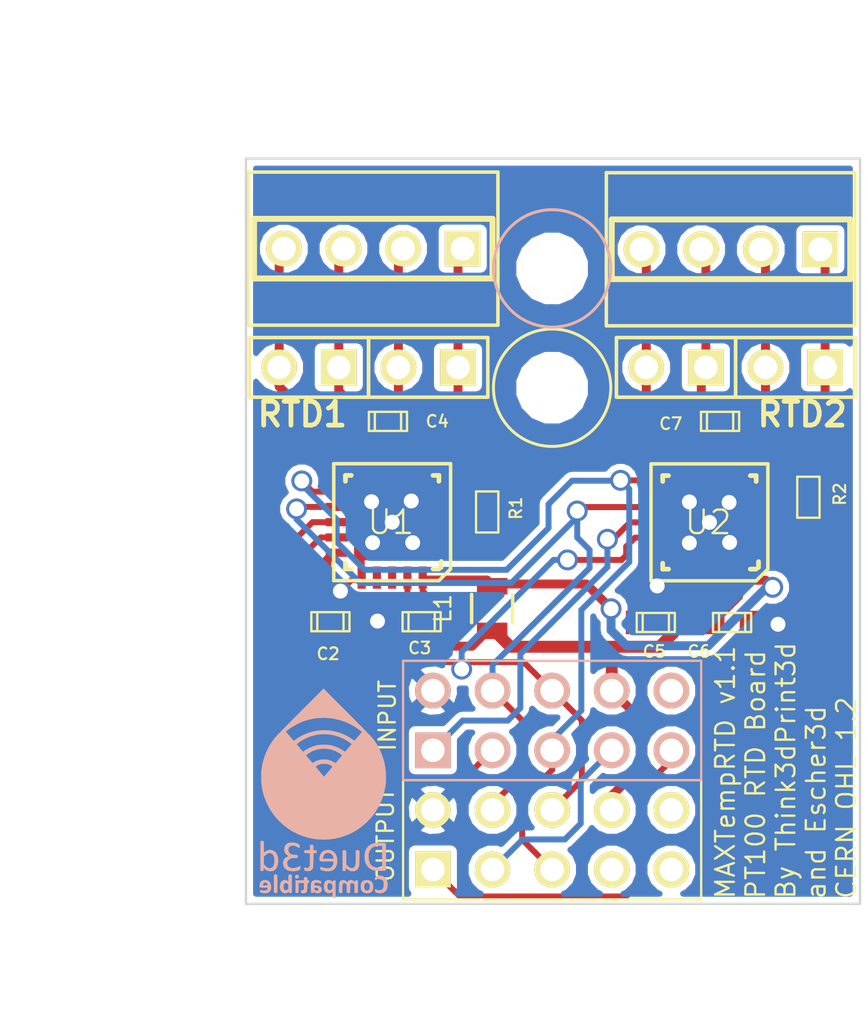
<source format=kicad_pcb>
(kicad_pcb (version 4) (host pcbnew 4.0.2-stable)

  (general
    (links 66)
    (no_connects 5)
    (area 48.756001 21.008001 86.017661 64.531241)
    (thickness 1.6)
    (drawings 8)
    (tracks 286)
    (zones 0)
    (modules 22)
    (nets 23)
  )

  (page User 140.005 140.005)
  (title_block
    (title MaxBoardRTD)
    (date 2017-05-23)
    (rev 1.1)
    (company "Think3dPrint3d and Escher3d")
    (comment 1 "CERN OHL v1.2")
  )

  (layers
    (0 F.Cu signal)
    (31 B.Cu signal)
    (35 F.Paste user)
    (36 B.SilkS user)
    (37 F.SilkS user)
    (38 B.Mask user)
    (39 F.Mask user)
    (41 Cmts.User user)
    (44 Edge.Cuts user)
    (48 B.Fab user)
  )

  (setup
    (last_trace_width 0.254)
    (user_trace_width 0.381)
    (user_trace_width 0.4455)
    (user_trace_width 0.508)
    (trace_clearance 0.254)
    (zone_clearance 0.254)
    (zone_45_only yes)
    (trace_min 0.254)
    (segment_width 0.2)
    (edge_width 0.1)
    (via_size 0.889)
    (via_drill 0.635)
    (via_min_size 0.889)
    (via_min_drill 0.508)
    (uvia_size 0.508)
    (uvia_drill 0.127)
    (uvias_allowed no)
    (uvia_min_size 0.508)
    (uvia_min_drill 0.127)
    (pcb_text_width 0.3)
    (pcb_text_size 1.5 1.5)
    (mod_edge_width 0.381)
    (mod_text_size 1 1)
    (mod_text_width 0.15)
    (pad_size 2.54 2.54)
    (pad_drill 2.54)
    (pad_to_mask_clearance 0)
    (aux_axis_origin 59.6011 59.14136)
    (visible_elements 7FFFF77F)
    (pcbplotparams
      (layerselection 0x110f8_80000001)
      (usegerberextensions true)
      (excludeedgelayer true)
      (linewidth 0.150000)
      (plotframeref false)
      (viasonmask false)
      (mode 1)
      (useauxorigin true)
      (hpglpennumber 1)
      (hpglpenspeed 20)
      (hpglpendiameter 15)
      (hpglpenoverlay 2)
      (psnegative false)
      (psa4output false)
      (plotreference true)
      (plotvalue true)
      (plotinvisibletext false)
      (padsonsilk false)
      (subtractmaskfromsilk true)
      (outputformat 1)
      (mirror false)
      (drillshape 0)
      (scaleselection 1)
      (outputdirectory MaxTempRTDv1.1_CAM/))
  )

  (net 0 "")
  (net 1 3.3V)
  (net 2 A_3.3V)
  (net 3 CS_1)
  (net 4 CS_2)
  (net 5 CS_3)
  (net 6 CS_4)
  (net 7 GND)
  (net 8 MISO)
  (net 9 MOSI)
  (net 10 RC_1_A1)
  (net 11 RC_1_A2)
  (net 12 RC_1_B1)
  (net 13 RC_1_B2)
  (net 14 RC_2_A1)
  (net 15 RC_2_A2)
  (net 16 RC_2_B1)
  (net 17 RC_2_B2)
  (net 18 SCLK)
  (net 19 "Net-(R1-Pad1)")
  (net 20 "Net-(R1-Pad2)")
  (net 21 "Net-(R2-Pad1)")
  (net 22 "Net-(R2-Pad2)")

  (net_class Default "This is the default net class."
    (clearance 0.254)
    (trace_width 0.254)
    (via_dia 0.889)
    (via_drill 0.635)
    (uvia_dia 0.508)
    (uvia_drill 0.127)
    (add_net 3.3V)
    (add_net A_3.3V)
    (add_net CS_1)
    (add_net CS_2)
    (add_net CS_3)
    (add_net CS_4)
    (add_net GND)
    (add_net MISO)
    (add_net MOSI)
    (add_net "Net-(R1-Pad1)")
    (add_net "Net-(R1-Pad2)")
    (add_net "Net-(R2-Pad1)")
    (add_net "Net-(R2-Pad2)")
    (add_net RC_1_A1)
    (add_net RC_1_A2)
    (add_net RC_1_B1)
    (add_net RC_1_B2)
    (add_net RC_2_A1)
    (add_net RC_2_A2)
    (add_net RC_2_B1)
    (add_net RC_2_B2)
    (add_net SCLK)
  )

  (net_class 0.381 ""
    (clearance 0.254)
    (trace_width 0.381)
    (via_dia 0.889)
    (via_drill 0.635)
    (uvia_dia 0.508)
    (uvia_drill 0.127)
  )

  (module Fiducials:Fiducial_1mm_Dia_2.54mm_Outer_CopperTop locked (layer F.Cu) (tedit 5775487B) (tstamp 577558AC)
    (at 72.63 40.39)
    (descr "Circular Fiducial, 1mm bare copper top; 2.54mm keepout")
    (tags marker)
    (attr virtual)
    (fp_text reference REF** (at 3.4 0.7) (layer F.SilkS) hide
      (effects (font (size 1 1) (thickness 0.15)))
    )
    (fp_text value Fid (at 0 -1.8) (layer F.SilkS) hide
      (effects (font (size 1 1) (thickness 0.15)))
    )
    (fp_circle (center 0 0) (end 1.55 0) (layer F.CrtYd) (width 0.05))
    (pad ~ smd circle (at 0 0) (size 1 1) (layers F.Cu F.Mask)
      (solder_mask_margin 0.77) (clearance 0.77))
  )

  (module Fiducials:Fiducial_1mm_Dia_2.54mm_Outer_CopperTop locked (layer F.Cu) (tedit 57754978) (tstamp 57755917)
    (at 63.93 50.35)
    (descr "Circular Fiducial, 1mm bare copper top; 2.54mm keepout")
    (tags marker)
    (attr virtual)
    (fp_text reference REF** (at 3.4 0.7) (layer F.SilkS) hide
      (effects (font (size 1 1) (thickness 0.15)))
    )
    (fp_text value Fid (at 0 -1.8) (layer F.SilkS) hide
      (effects (font (size 1 1) (thickness 0.15)))
    )
    (fp_circle (center 0 0) (end 1.55 0) (layer F.CrtYd) (width 0.05))
    (pad ~ smd circle (at 0 0) (size 1 1) (layers F.Cu F.Mask)
      (solder_mask_margin 0.77) (clearance 0.77))
  )

  (module complib:C_0603 (layer F.Cu) (tedit 59238161) (tstamp 59239E18)
    (at 63.19774 47.13092)
    (descr "SMT capacitor, 0603")
    (path /5696F98C)
    (attr smd)
    (fp_text reference C2 (at -0.09774 1.36908) (layer F.SilkS)
      (effects (font (size 0.5 0.5) (thickness 0.09)))
    )
    (fp_text value 0.1u (at 0 0) (layer F.SilkS) hide
      (effects (font (size 0.20066 0.20066) (thickness 0.04064)))
    )
    (fp_line (start 0.5588 0.4064) (end 0.5588 -0.4064) (layer F.SilkS) (width 0.1))
    (fp_line (start -0.5588 -0.381) (end -0.5588 0.4064) (layer F.SilkS) (width 0.1))
    (fp_line (start -0.8128 -0.4064) (end 0.8128 -0.4064) (layer F.SilkS) (width 0.1))
    (fp_line (start 0.8128 -0.4064) (end 0.8128 0.4064) (layer F.SilkS) (width 0.1))
    (fp_line (start 0.8128 0.4064) (end -0.8128 0.4064) (layer F.SilkS) (width 0.1))
    (fp_line (start -0.8128 0.4064) (end -0.8128 -0.4064) (layer F.SilkS) (width 0.1))
    (pad 1 smd rect (at 0.8001 0) (size 0.94996 1.00076) (layers F.Cu F.Paste F.Mask)
      (net 1 3.3V))
    (pad 2 smd rect (at -0.8001 0) (size 0.94996 1.00076) (layers F.Cu F.Paste F.Mask)
      (net 7 GND))
    (model smd/capacitors/c_0603.wrl
      (at (xyz 0 0 0))
      (scale (xyz 1 1 1))
      (rotate (xyz 0 0 0))
    )
  )

  (module complib:C_0603 (layer F.Cu) (tedit 57780D0D) (tstamp 59239E23)
    (at 67.08394 47.13092)
    (descr "SMT capacitor, 0603")
    (path /5696F999)
    (attr smd)
    (fp_text reference C3 (at -0.08218 1.1204) (layer F.SilkS)
      (effects (font (size 0.5 0.5) (thickness 0.09)))
    )
    (fp_text value 0.1u (at 0 0) (layer F.SilkS) hide
      (effects (font (size 0.20066 0.20066) (thickness 0.04064)))
    )
    (fp_line (start 0.5588 0.4064) (end 0.5588 -0.4064) (layer F.SilkS) (width 0.1))
    (fp_line (start -0.5588 -0.381) (end -0.5588 0.4064) (layer F.SilkS) (width 0.1))
    (fp_line (start -0.8128 -0.4064) (end 0.8128 -0.4064) (layer F.SilkS) (width 0.1))
    (fp_line (start 0.8128 -0.4064) (end 0.8128 0.4064) (layer F.SilkS) (width 0.1))
    (fp_line (start 0.8128 0.4064) (end -0.8128 0.4064) (layer F.SilkS) (width 0.1))
    (fp_line (start -0.8128 0.4064) (end -0.8128 -0.4064) (layer F.SilkS) (width 0.1))
    (pad 1 smd rect (at 0.8001 0) (size 0.94996 1.00076) (layers F.Cu F.Paste F.Mask)
      (net 2 A_3.3V))
    (pad 2 smd rect (at -0.8001 0) (size 0.94996 1.00076) (layers F.Cu F.Paste F.Mask)
      (net 7 GND))
    (model smd/capacitors/c_0603.wrl
      (at (xyz 0 0 0))
      (scale (xyz 1 1 1))
      (rotate (xyz 0 0 0))
    )
  )

  (module complib:C_0603 (layer F.Cu) (tedit 5923814E) (tstamp 59239E2E)
    (at 65.65 38.6)
    (descr "SMT capacitor, 0603")
    (path /56970141)
    (attr smd)
    (fp_text reference C4 (at 2.1 0) (layer F.SilkS)
      (effects (font (size 0.5 0.5) (thickness 0.09)))
    )
    (fp_text value 100nF (at 0 0) (layer F.SilkS) hide
      (effects (font (size 0.20066 0.20066) (thickness 0.04064)))
    )
    (fp_line (start 0.5588 0.4064) (end 0.5588 -0.4064) (layer F.SilkS) (width 0.1))
    (fp_line (start -0.5588 -0.381) (end -0.5588 0.4064) (layer F.SilkS) (width 0.1))
    (fp_line (start -0.8128 -0.4064) (end 0.8128 -0.4064) (layer F.SilkS) (width 0.1))
    (fp_line (start 0.8128 -0.4064) (end 0.8128 0.4064) (layer F.SilkS) (width 0.1))
    (fp_line (start 0.8128 0.4064) (end -0.8128 0.4064) (layer F.SilkS) (width 0.1))
    (fp_line (start -0.8128 0.4064) (end -0.8128 -0.4064) (layer F.SilkS) (width 0.1))
    (pad 1 smd rect (at 0.8001 0) (size 0.94996 1.00076) (layers F.Cu F.Paste F.Mask)
      (net 11 RC_1_A2))
    (pad 2 smd rect (at -0.8001 0) (size 0.94996 1.00076) (layers F.Cu F.Paste F.Mask)
      (net 12 RC_1_B1))
    (model smd/capacitors/c_0603.wrl
      (at (xyz 0 0 0))
      (scale (xyz 1 1 1))
      (rotate (xyz 0 0 0))
    )
  )

  (module complib:C_0603 (layer F.Cu) (tedit 5923815F) (tstamp 59239E39)
    (at 77.06106 47.16394)
    (descr "SMT capacitor, 0603")
    (path /56970429)
    (attr smd)
    (fp_text reference C5 (at -0.06106 1.23606) (layer F.SilkS)
      (effects (font (size 0.5 0.5) (thickness 0.09)))
    )
    (fp_text value 0.1u (at 0 0) (layer F.SilkS) hide
      (effects (font (size 0.20066 0.20066) (thickness 0.04064)))
    )
    (fp_line (start 0.5588 0.4064) (end 0.5588 -0.4064) (layer F.SilkS) (width 0.1))
    (fp_line (start -0.5588 -0.381) (end -0.5588 0.4064) (layer F.SilkS) (width 0.1))
    (fp_line (start -0.8128 -0.4064) (end 0.8128 -0.4064) (layer F.SilkS) (width 0.1))
    (fp_line (start 0.8128 -0.4064) (end 0.8128 0.4064) (layer F.SilkS) (width 0.1))
    (fp_line (start 0.8128 0.4064) (end -0.8128 0.4064) (layer F.SilkS) (width 0.1))
    (fp_line (start -0.8128 0.4064) (end -0.8128 -0.4064) (layer F.SilkS) (width 0.1))
    (pad 1 smd rect (at 0.8001 0) (size 0.94996 1.00076) (layers F.Cu F.Paste F.Mask)
      (net 1 3.3V))
    (pad 2 smd rect (at -0.8001 0) (size 0.94996 1.00076) (layers F.Cu F.Paste F.Mask)
      (net 7 GND))
    (model smd/capacitors/c_0603.wrl
      (at (xyz 0 0 0))
      (scale (xyz 1 1 1))
      (rotate (xyz 0 0 0))
    )
  )

  (module complib:C_0603 (layer F.Cu) (tedit 59238145) (tstamp 59239E44)
    (at 80.31226 47.16394 180)
    (descr "SMT capacitor, 0603")
    (path /5697042F)
    (attr smd)
    (fp_text reference C6 (at 1.41226 -1.23606 180) (layer F.SilkS)
      (effects (font (size 0.5 0.5) (thickness 0.09)))
    )
    (fp_text value 0.1u (at 0 0 180) (layer F.SilkS) hide
      (effects (font (size 0.20066 0.20066) (thickness 0.04064)))
    )
    (fp_line (start 0.5588 0.4064) (end 0.5588 -0.4064) (layer F.SilkS) (width 0.1))
    (fp_line (start -0.5588 -0.381) (end -0.5588 0.4064) (layer F.SilkS) (width 0.1))
    (fp_line (start -0.8128 -0.4064) (end 0.8128 -0.4064) (layer F.SilkS) (width 0.1))
    (fp_line (start 0.8128 -0.4064) (end 0.8128 0.4064) (layer F.SilkS) (width 0.1))
    (fp_line (start 0.8128 0.4064) (end -0.8128 0.4064) (layer F.SilkS) (width 0.1))
    (fp_line (start -0.8128 0.4064) (end -0.8128 -0.4064) (layer F.SilkS) (width 0.1))
    (pad 1 smd rect (at 0.8001 0 180) (size 0.94996 1.00076) (layers F.Cu F.Paste F.Mask)
      (net 2 A_3.3V))
    (pad 2 smd rect (at -0.8001 0 180) (size 0.94996 1.00076) (layers F.Cu F.Paste F.Mask)
      (net 7 GND))
    (model smd/capacitors/c_0603.wrl
      (at (xyz 0 0 0))
      (scale (xyz 1 1 1))
      (rotate (xyz 0 0 0))
    )
  )

  (module complib:C_0603 (layer F.Cu) (tedit 5923814A) (tstamp 59239E4F)
    (at 79.8 38.6)
    (descr "SMT capacitor, 0603")
    (path /56970489)
    (attr smd)
    (fp_text reference C7 (at -2.1 0.1) (layer F.SilkS)
      (effects (font (size 0.5 0.5) (thickness 0.09)))
    )
    (fp_text value 100nF (at 0 0) (layer F.SilkS) hide
      (effects (font (size 0.20066 0.20066) (thickness 0.04064)))
    )
    (fp_line (start 0.5588 0.4064) (end 0.5588 -0.4064) (layer F.SilkS) (width 0.1))
    (fp_line (start -0.5588 -0.381) (end -0.5588 0.4064) (layer F.SilkS) (width 0.1))
    (fp_line (start -0.8128 -0.4064) (end 0.8128 -0.4064) (layer F.SilkS) (width 0.1))
    (fp_line (start 0.8128 -0.4064) (end 0.8128 0.4064) (layer F.SilkS) (width 0.1))
    (fp_line (start 0.8128 0.4064) (end -0.8128 0.4064) (layer F.SilkS) (width 0.1))
    (fp_line (start -0.8128 0.4064) (end -0.8128 -0.4064) (layer F.SilkS) (width 0.1))
    (pad 1 smd rect (at 0.8001 0) (size 0.94996 1.00076) (layers F.Cu F.Paste F.Mask)
      (net 15 RC_2_A2))
    (pad 2 smd rect (at -0.8001 0) (size 0.94996 1.00076) (layers F.Cu F.Paste F.Mask)
      (net 16 RC_2_B1))
    (model smd/capacitors/c_0603.wrl
      (at (xyz 0 0 0))
      (scale (xyz 1 1 1))
      (rotate (xyz 0 0 0))
    )
  )

  (module complib:JUMPER (layer F.Cu) (tedit 59237D31) (tstamp 59239E63)
    (at 67.36456 36.3 180)
    (descr "Connecteurs 2 pins")
    (tags "CONN DEV")
    (path /5696FD85)
    (fp_text reference J1 (at 0 -1.99898 180) (layer F.SilkS) hide
      (effects (font (size 0.762 0.762) (thickness 0.1524)))
    )
    (fp_text value J (at 0 0 270) (layer F.SilkS) hide
      (effects (font (size 0.7 0.7) (thickness 0.1)))
    )
    (fp_line (start -2.54 1.27) (end -2.54 -1.27) (layer F.SilkS) (width 0.1524))
    (fp_line (start -2.54 -1.27) (end 2.54 -1.27) (layer F.SilkS) (width 0.1524))
    (fp_line (start 2.54 -1.27) (end 2.54 1.27) (layer F.SilkS) (width 0.1524))
    (fp_line (start 2.54 1.27) (end -2.54 1.27) (layer F.SilkS) (width 0.1524))
    (pad 1 thru_hole rect (at -1.27 0 180) (size 1.524 1.524) (drill 1) (layers *.Cu *.Mask F.SilkS)
      (net 10 RC_1_A1))
    (pad 2 thru_hole circle (at 1.27 0 180) (size 1.524 1.524) (drill 1) (layers *.Cu *.Mask F.SilkS)
      (net 11 RC_1_A2))
    (model pin_array/pins_array_2x1.wrl
      (at (xyz 0 0 0))
      (scale (xyz 1 1 1))
      (rotate (xyz 0 0 0))
    )
  )

  (module complib:JUMPER (layer F.Cu) (tedit 59237D2C) (tstamp 59239E6D)
    (at 62.28456 36.3 180)
    (descr "Connecteurs 2 pins")
    (tags "CONN DEV")
    (path /5696FD92)
    (fp_text reference J2 (at 0 -1.99898 180) (layer F.SilkS) hide
      (effects (font (size 0.762 0.762) (thickness 0.1524)))
    )
    (fp_text value J (at 0 0 270) (layer F.SilkS) hide
      (effects (font (size 0.7 0.7) (thickness 0.1)))
    )
    (fp_line (start -2.54 1.27) (end -2.54 -1.27) (layer F.SilkS) (width 0.1524))
    (fp_line (start -2.54 -1.27) (end 2.54 -1.27) (layer F.SilkS) (width 0.1524))
    (fp_line (start 2.54 -1.27) (end 2.54 1.27) (layer F.SilkS) (width 0.1524))
    (fp_line (start 2.54 1.27) (end -2.54 1.27) (layer F.SilkS) (width 0.1524))
    (pad 1 thru_hole rect (at -1.27 0 180) (size 1.524 1.524) (drill 1) (layers *.Cu *.Mask F.SilkS)
      (net 12 RC_1_B1))
    (pad 2 thru_hole circle (at 1.27 0 180) (size 1.524 1.524) (drill 1) (layers *.Cu *.Mask F.SilkS)
      (net 13 RC_1_B2))
    (model pin_array/pins_array_2x1.wrl
      (at (xyz 0 0 0))
      (scale (xyz 1 1 1))
      (rotate (xyz 0 0 0))
    )
  )

  (module complib:JUMPER (layer F.Cu) (tedit 59237D3B) (tstamp 59239E77)
    (at 83.00456 36.3 180)
    (descr "Connecteurs 2 pins")
    (tags "CONN DEV")
    (path /5697045E)
    (fp_text reference J3 (at 0 -1.99898 180) (layer F.SilkS) hide
      (effects (font (size 0.762 0.762) (thickness 0.1524)))
    )
    (fp_text value J (at -0.2 0 270) (layer F.SilkS) hide
      (effects (font (size 0.7 0.7) (thickness 0.1)))
    )
    (fp_line (start -2.54 1.27) (end -2.54 -1.27) (layer F.SilkS) (width 0.1524))
    (fp_line (start -2.54 -1.27) (end 2.54 -1.27) (layer F.SilkS) (width 0.1524))
    (fp_line (start 2.54 -1.27) (end 2.54 1.27) (layer F.SilkS) (width 0.1524))
    (fp_line (start 2.54 1.27) (end -2.54 1.27) (layer F.SilkS) (width 0.1524))
    (pad 1 thru_hole rect (at -1.27 0 180) (size 1.524 1.524) (drill 1) (layers *.Cu *.Mask F.SilkS)
      (net 14 RC_2_A1))
    (pad 2 thru_hole circle (at 1.27 0 180) (size 1.524 1.524) (drill 1) (layers *.Cu *.Mask F.SilkS)
      (net 15 RC_2_A2))
    (model pin_array/pins_array_2x1.wrl
      (at (xyz 0 0 0))
      (scale (xyz 1 1 1))
      (rotate (xyz 0 0 0))
    )
  )

  (module complib:JUMPER (layer F.Cu) (tedit 59237D37) (tstamp 59239E81)
    (at 77.92456 36.3 180)
    (descr "Connecteurs 2 pins")
    (tags "CONN DEV")
    (path /56970464)
    (fp_text reference J4 (at 0 -1.99898 180) (layer F.SilkS) hide
      (effects (font (size 0.762 0.762) (thickness 0.1524)))
    )
    (fp_text value J (at 0 -0.1 270) (layer F.SilkS) hide
      (effects (font (size 0.7 0.7) (thickness 0.1)))
    )
    (fp_line (start -2.54 1.27) (end -2.54 -1.27) (layer F.SilkS) (width 0.1524))
    (fp_line (start -2.54 -1.27) (end 2.54 -1.27) (layer F.SilkS) (width 0.1524))
    (fp_line (start 2.54 -1.27) (end 2.54 1.27) (layer F.SilkS) (width 0.1524))
    (fp_line (start 2.54 1.27) (end -2.54 1.27) (layer F.SilkS) (width 0.1524))
    (pad 1 thru_hole rect (at -1.27 0 180) (size 1.524 1.524) (drill 1) (layers *.Cu *.Mask F.SilkS)
      (net 16 RC_2_B1))
    (pad 2 thru_hole circle (at 1.27 0 180) (size 1.524 1.524) (drill 1) (layers *.Cu *.Mask F.SilkS)
      (net 17 RC_2_B2))
    (model pin_array/pins_array_2x1.wrl
      (at (xyz 0 0 0))
      (scale (xyz 1 1 1))
      (rotate (xyz 0 0 0))
    )
  )

  (module complib:R_0805 (layer F.Cu) (tedit 59237F5D) (tstamp 59239E82)
    (at 70.09 46.57 90)
    (descr "Resistor SMD 0805, reflow soldering, Vishay (see dcrcw.pdf)")
    (tags "resistor 0805")
    (path /569704AE)
    (attr smd)
    (fp_text reference L1 (at 0 -2.1 90) (layer F.SilkS)
      (effects (font (size 0.7 0.7) (thickness 0.1)))
    )
    (fp_text value "100 µH" (at 0 2.1 90) (layer F.SilkS) hide
      (effects (font (size 1 1) (thickness 0.15)))
    )
    (fp_line (start 0.6 0.875) (end -0.6 0.875) (layer F.SilkS) (width 0.15))
    (fp_line (start -0.6 -0.875) (end 0.6 -0.875) (layer F.SilkS) (width 0.15))
    (pad 1 smd rect (at -0.95 0 90) (size 0.7 1.3) (layers F.Cu F.Paste F.Mask)
      (net 1 3.3V))
    (pad 2 smd rect (at 0.95 0 90) (size 0.7 1.3) (layers F.Cu F.Paste F.Mask)
      (net 2 A_3.3V))
    (model Resistors_SMD.3dshapes/R_0805.wrl
      (at (xyz 0 0 0))
      (scale (xyz 1 1 1))
      (rotate (xyz 0 0 0))
    )
  )

  (module complib:SCREW_TERMINAL_4x1 locked (layer F.Cu) (tedit 59237D54) (tstamp 59239E89)
    (at 65.02456 31.24244 180)
    (descr "Double rangee de contacts 2 x 5 pins")
    (tags CONN)
    (path /56970900)
    (fp_text reference P1 (at 0 -2.54 180) (layer F.SilkS) hide
      (effects (font (size 1.016 1.016) (thickness 0.2032)))
    )
    (fp_text value RTD1 (at 3.02456 -7.05756 360) (layer F.SilkS)
      (effects (font (size 1.016 1.016) (thickness 0.2032)))
    )
    (fp_line (start -5.31 -3.26) (end 5.31 -3.26) (layer F.SilkS) (width 0.15))
    (fp_line (start 5.31 -3.26) (end 5.31 3.26) (layer F.SilkS) (width 0.15))
    (fp_line (start 5.31 3.26) (end -5.31 3.26) (layer F.SilkS) (width 0.15))
    (fp_line (start -5.31 3.26) (end -5.31 -3.26) (layer F.SilkS) (width 0.15))
    (fp_line (start 5.08 1.27) (end -5.08 1.27) (layer F.SilkS) (width 0.254))
    (fp_line (start 5.08 -1.27) (end -5.08 -1.27) (layer F.SilkS) (width 0.254))
    (fp_line (start -5.08 -1.27) (end -5.08 1.27) (layer F.SilkS) (width 0.254))
    (fp_line (start 5.08 1.27) (end 5.08 -1.27) (layer F.SilkS) (width 0.254))
    (pad 1 thru_hole rect (at -3.81 0 180) (size 1.524 1.524) (drill 1.016) (layers *.Cu *.Mask F.SilkS)
      (net 10 RC_1_A1))
    (pad 2 thru_hole circle (at -1.27 0 180) (size 1.524 1.524) (drill 1.016) (layers *.Cu *.Mask F.SilkS)
      (net 11 RC_1_A2))
    (pad 3 thru_hole circle (at 1.27 0 180) (size 1.524 1.524) (drill 1.016) (layers *.Cu *.Mask F.SilkS)
      (net 12 RC_1_B1))
    (pad 4 thru_hole circle (at 3.81 0 180) (size 1.524 1.524) (drill 1.016) (layers *.Cu *.Mask F.SilkS)
      (net 13 RC_1_B2))
    (model pin_array\pins_array_4x1.wrl
      (at (xyz 0 0 0))
      (scale (xyz 1 1 1))
      (rotate (xyz 0 0 0))
    )
  )

  (module complib:SCREW_TERMINAL_4x1 locked (layer F.Cu) (tedit 59237D4D) (tstamp 59239E98)
    (at 80.26456 31.26994 180)
    (descr "Double rangee de contacts 2 x 5 pins")
    (tags CONN)
    (path /56970BFC)
    (fp_text reference P2 (at 0 -2.54 180) (layer F.SilkS) hide
      (effects (font (size 1.016 1.016) (thickness 0.2032)))
    )
    (fp_text value RTD2 (at -3.03544 -7.03006 360) (layer F.SilkS)
      (effects (font (size 1.016 1.016) (thickness 0.2032)))
    )
    (fp_line (start -5.31 -3.26) (end 5.31 -3.26) (layer F.SilkS) (width 0.15))
    (fp_line (start 5.31 -3.26) (end 5.31 3.26) (layer F.SilkS) (width 0.15))
    (fp_line (start 5.31 3.26) (end -5.31 3.26) (layer F.SilkS) (width 0.15))
    (fp_line (start -5.31 3.26) (end -5.31 -3.26) (layer F.SilkS) (width 0.15))
    (fp_line (start 5.08 1.27) (end -5.08 1.27) (layer F.SilkS) (width 0.254))
    (fp_line (start 5.08 -1.27) (end -5.08 -1.27) (layer F.SilkS) (width 0.254))
    (fp_line (start -5.08 -1.27) (end -5.08 1.27) (layer F.SilkS) (width 0.254))
    (fp_line (start 5.08 1.27) (end 5.08 -1.27) (layer F.SilkS) (width 0.254))
    (pad 1 thru_hole rect (at -3.81 0 180) (size 1.524 1.524) (drill 1.016) (layers *.Cu *.Mask F.SilkS)
      (net 14 RC_2_A1))
    (pad 2 thru_hole circle (at -1.27 0 180) (size 1.524 1.524) (drill 1.016) (layers *.Cu *.Mask F.SilkS)
      (net 15 RC_2_A2))
    (pad 3 thru_hole circle (at 1.27 0 180) (size 1.524 1.524) (drill 1.016) (layers *.Cu *.Mask F.SilkS)
      (net 16 RC_2_B1))
    (pad 4 thru_hole circle (at 3.81 0 180) (size 1.524 1.524) (drill 1.016) (layers *.Cu *.Mask F.SilkS)
      (net 17 RC_2_B2))
    (model pin_array\pins_array_4x1.wrl
      (at (xyz 0 0 0))
      (scale (xyz 1 1 1))
      (rotate (xyz 0 0 0))
    )
  )

  (module complib:R_0603 (layer F.Cu) (tedit 59238152) (tstamp 59239ED7)
    (at 69.87794 42.45732 270)
    (path /5696F9A1)
    (attr smd)
    (fp_text reference R1 (at -0.15732 -1.22206 270) (layer F.SilkS)
      (effects (font (size 0.5 0.5) (thickness 0.09)))
    )
    (fp_text value "400R  0.1% 25ppm/C" (at 0 0.24892 270) (layer F.SilkS) hide
      (effects (font (size 0.20066 0.20066) (thickness 0.0508)))
    )
    (fp_line (start -0.87376 -0.47498) (end 0.87376 -0.47498) (layer F.SilkS) (width 0.1))
    (fp_line (start 0.87376 -0.47498) (end 0.87376 0.47498) (layer F.SilkS) (width 0.1))
    (fp_line (start 0.87376 0.47498) (end -0.87376 0.47498) (layer F.SilkS) (width 0.1))
    (fp_line (start -0.87376 0.47498) (end -0.87376 -0.47498) (layer F.SilkS) (width 0.1))
    (pad 1 smd rect (at -0.8001 0 270) (size 0.94996 1.00076) (layers F.Cu F.Paste F.Mask)
      (net 19 "Net-(R1-Pad1)"))
    (pad 2 smd rect (at 0.8001 0 270) (size 0.94996 1.00076) (layers F.Cu F.Paste F.Mask)
      (net 20 "Net-(R1-Pad2)"))
    (model smd\resistors\R0603.wrl
      (at (xyz 0 0 0.001))
      (scale (xyz 0.5 0.5 0.5))
      (rotate (xyz 0 0 0))
    )
  )

  (module complib:R_0603 (layer F.Cu) (tedit 59238159) (tstamp 59239EE0)
    (at 83.56346 41.82994 270)
    (path /56970435)
    (attr smd)
    (fp_text reference R2 (at -0.12994 -1.33654 270) (layer F.SilkS)
      (effects (font (size 0.5 0.5) (thickness 0.09)))
    )
    (fp_text value "400R  0.1% 25ppm/C" (at 0 0.24892 270) (layer F.SilkS) hide
      (effects (font (size 0.20066 0.20066) (thickness 0.0508)))
    )
    (fp_line (start -0.87376 -0.47498) (end 0.87376 -0.47498) (layer F.SilkS) (width 0.1))
    (fp_line (start 0.87376 -0.47498) (end 0.87376 0.47498) (layer F.SilkS) (width 0.1))
    (fp_line (start 0.87376 0.47498) (end -0.87376 0.47498) (layer F.SilkS) (width 0.1))
    (fp_line (start -0.87376 0.47498) (end -0.87376 -0.47498) (layer F.SilkS) (width 0.1))
    (pad 1 smd rect (at -0.8001 0 270) (size 0.94996 1.00076) (layers F.Cu F.Paste F.Mask)
      (net 21 "Net-(R2-Pad1)"))
    (pad 2 smd rect (at 0.8001 0 270) (size 0.94996 1.00076) (layers F.Cu F.Paste F.Mask)
      (net 22 "Net-(R2-Pad2)"))
    (model smd\resistors\R0603.wrl
      (at (xyz 0 0 0.001))
      (scale (xyz 0.5 0.5 0.5))
      (rotate (xyz 0 0 0))
    )
  )

  (module complib:QFN20_5x5 (layer F.Cu) (tedit 5697D814) (tstamp 59239EE9)
    (at 65.82918 42.89166 180)
    (path /5696F461)
    (attr smd)
    (fp_text reference U1 (at 0.05588 0 180) (layer F.SilkS)
      (effects (font (size 1.00076 1.00076) (thickness 0.1)))
    )
    (fp_text value MAX31865 (at 0 3.81 180) (layer F.SilkS) hide
      (effects (font (size 1.00076 1.00076) (thickness 0.1)))
    )
    (fp_line (start -1.99136 -2.4892) (end 2.4892 -2.4892) (layer F.SilkS) (width 0.14986))
    (fp_line (start -2.4892 -1.99136) (end -2.4892 2.4892) (layer F.SilkS) (width 0.14986))
    (fp_line (start -2.4892 -1.99136) (end -1.99136 -2.4892) (layer F.SilkS) (width 0.14986))
    (fp_line (start -2.09136 -1.67244) (end -2.09136 -1.92136) (layer F.SilkS) (width 0.20066))
    (fp_line (start -1.99136 -1.99136) (end -1.74244 -1.99136) (layer F.SilkS) (width 0.20066))
    (fp_line (start -1.74244 1.99136) (end -1.99136 1.99136) (layer F.SilkS) (width 0.20066))
    (fp_line (start -1.99136 1.99136) (end -1.99136 1.74244) (layer F.SilkS) (width 0.20066))
    (fp_line (start 1.99136 1.74244) (end 1.99136 1.99136) (layer F.SilkS) (width 0.20066))
    (fp_line (start 1.99136 1.99136) (end 1.74244 1.99136) (layer F.SilkS) (width 0.20066))
    (fp_line (start 1.74244 -1.99136) (end 1.99136 -1.99136) (layer F.SilkS) (width 0.20066))
    (fp_line (start 1.99136 -1.99136) (end 1.99136 -1.74244) (layer F.SilkS) (width 0.20066))
    (fp_line (start 2.4892 2.4892) (end -2.4892 2.4892) (layer F.SilkS) (width 0.14986))
    (fp_line (start 2.4892 -2.4892) (end 2.4892 2.4892) (layer F.SilkS) (width 0.14986))
    (pad 21 smd rect (at 0 0 90) (size 3.25 3.25) (layers F.Cu F.Paste F.Mask)
      (net 7 GND))
    (pad 1 smd rect (at -2.36 -1.3) (size 0.95 0.35) (layers F.Cu F.Paste F.Mask)
      (net 19 "Net-(R1-Pad1)"))
    (pad 2 smd rect (at -2.36 -0.65) (size 0.95 0.35) (layers F.Cu F.Paste F.Mask)
      (net 19 "Net-(R1-Pad1)"))
    (pad 3 smd rect (at -2.36 0) (size 0.95 0.35) (layers F.Cu F.Paste F.Mask)
      (net 20 "Net-(R1-Pad2)"))
    (pad 4 smd rect (at -2.36 0.65) (size 0.95 0.35) (layers F.Cu F.Paste F.Mask)
      (net 20 "Net-(R1-Pad2)"))
    (pad 5 smd rect (at -2.36 1.3) (size 0.95 0.35) (layers F.Cu F.Paste F.Mask)
      (net 10 RC_1_A1))
    (pad 6 smd rect (at -1.3 2.36 90) (size 0.95 0.35) (layers F.Cu F.Paste F.Mask)
      (net 7 GND))
    (pad 7 smd rect (at -0.65 2.36 90) (size 0.95 0.35) (layers F.Cu F.Paste F.Mask)
      (net 11 RC_1_A2))
    (pad 8 smd rect (at 0 2.36 270) (size 0.95 0.35) (layers F.Cu F.Paste F.Mask)
      (net 12 RC_1_B1))
    (pad 9 smd rect (at 0.65 2.36 90) (size 0.95 0.35) (layers F.Cu F.Paste F.Mask)
      (net 13 RC_1_B2))
    (pad 10 smd rect (at 1.3 2.36 90) (size 0.95 0.35) (layers F.Cu F.Paste F.Mask)
      (net 7 GND))
    (pad 11 smd rect (at 2.36 1.3) (size 0.95 0.35) (layers F.Cu F.Paste F.Mask)
      (net 9 MOSI))
    (pad 12 smd rect (at 2.36 0.65) (size 0.95 0.35) (layers F.Cu F.Paste F.Mask)
      (net 18 SCLK))
    (pad 13 smd rect (at 2.36 0) (size 0.95 0.35) (layers F.Cu F.Paste F.Mask)
      (net 3 CS_1))
    (pad 14 smd rect (at 2.36 -0.65) (size 0.95 0.35) (layers F.Cu F.Paste F.Mask)
      (net 8 MISO))
    (pad 15 smd rect (at 2.36 -1.3) (size 0.95 0.35) (layers F.Cu F.Paste F.Mask)
      (net 7 GND))
    (pad 16 smd rect (at 1.3 -2.36 90) (size 0.95 0.35) (layers F.Cu F.Paste F.Mask)
      (net 7 GND))
    (pad 17 smd rect (at 0.65 -2.36 90) (size 0.95 0.35) (layers F.Cu F.Paste F.Mask))
    (pad 18 smd rect (at 0 -2.36 90) (size 0.95 0.35) (layers F.Cu F.Paste F.Mask))
    (pad 19 smd rect (at -0.65 -2.36 90) (size 0.95 0.35) (layers F.Cu F.Paste F.Mask)
      (net 1 3.3V))
    (pad 20 smd rect (at -1.3 -2.36 90) (size 0.95 0.35) (layers F.Cu F.Paste F.Mask)
      (net 2 A_3.3V))
    (model smd/qfn24.wrl
      (at (xyz 0 0 0))
      (scale (xyz 1 1 1))
      (rotate (xyz 0 0 0))
    )
  )

  (module complib:QFN20_5x5 (layer F.Cu) (tedit 5697D814) (tstamp 59239F0E)
    (at 79.34706 42.89928 180)
    (path /56970491)
    (attr smd)
    (fp_text reference U2 (at 0.05588 0 180) (layer F.SilkS)
      (effects (font (size 1.00076 1.00076) (thickness 0.1)))
    )
    (fp_text value MAX31865 (at 0 3.81 180) (layer F.SilkS) hide
      (effects (font (size 1.00076 1.00076) (thickness 0.1)))
    )
    (fp_line (start -1.99136 -2.4892) (end 2.4892 -2.4892) (layer F.SilkS) (width 0.14986))
    (fp_line (start -2.4892 -1.99136) (end -2.4892 2.4892) (layer F.SilkS) (width 0.14986))
    (fp_line (start -2.4892 -1.99136) (end -1.99136 -2.4892) (layer F.SilkS) (width 0.14986))
    (fp_line (start -2.09136 -1.67244) (end -2.09136 -1.92136) (layer F.SilkS) (width 0.20066))
    (fp_line (start -1.99136 -1.99136) (end -1.74244 -1.99136) (layer F.SilkS) (width 0.20066))
    (fp_line (start -1.74244 1.99136) (end -1.99136 1.99136) (layer F.SilkS) (width 0.20066))
    (fp_line (start -1.99136 1.99136) (end -1.99136 1.74244) (layer F.SilkS) (width 0.20066))
    (fp_line (start 1.99136 1.74244) (end 1.99136 1.99136) (layer F.SilkS) (width 0.20066))
    (fp_line (start 1.99136 1.99136) (end 1.74244 1.99136) (layer F.SilkS) (width 0.20066))
    (fp_line (start 1.74244 -1.99136) (end 1.99136 -1.99136) (layer F.SilkS) (width 0.20066))
    (fp_line (start 1.99136 -1.99136) (end 1.99136 -1.74244) (layer F.SilkS) (width 0.20066))
    (fp_line (start 2.4892 2.4892) (end -2.4892 2.4892) (layer F.SilkS) (width 0.14986))
    (fp_line (start 2.4892 -2.4892) (end 2.4892 2.4892) (layer F.SilkS) (width 0.14986))
    (pad 21 smd rect (at 0 0 90) (size 3.25 3.25) (layers F.Cu F.Paste F.Mask)
      (net 7 GND))
    (pad 1 smd rect (at -2.36 -1.3) (size 0.95 0.35) (layers F.Cu F.Paste F.Mask)
      (net 21 "Net-(R2-Pad1)"))
    (pad 2 smd rect (at -2.36 -0.65) (size 0.95 0.35) (layers F.Cu F.Paste F.Mask)
      (net 21 "Net-(R2-Pad1)"))
    (pad 3 smd rect (at -2.36 0) (size 0.95 0.35) (layers F.Cu F.Paste F.Mask)
      (net 22 "Net-(R2-Pad2)"))
    (pad 4 smd rect (at -2.36 0.65) (size 0.95 0.35) (layers F.Cu F.Paste F.Mask)
      (net 22 "Net-(R2-Pad2)"))
    (pad 5 smd rect (at -2.36 1.3) (size 0.95 0.35) (layers F.Cu F.Paste F.Mask)
      (net 14 RC_2_A1))
    (pad 6 smd rect (at -1.3 2.36 90) (size 0.95 0.35) (layers F.Cu F.Paste F.Mask)
      (net 7 GND))
    (pad 7 smd rect (at -0.65 2.36 90) (size 0.95 0.35) (layers F.Cu F.Paste F.Mask)
      (net 15 RC_2_A2))
    (pad 8 smd rect (at 0 2.36 270) (size 0.95 0.35) (layers F.Cu F.Paste F.Mask)
      (net 16 RC_2_B1))
    (pad 9 smd rect (at 0.65 2.36 90) (size 0.95 0.35) (layers F.Cu F.Paste F.Mask)
      (net 17 RC_2_B2))
    (pad 10 smd rect (at 1.3 2.36 90) (size 0.95 0.35) (layers F.Cu F.Paste F.Mask)
      (net 7 GND))
    (pad 11 smd rect (at 2.36 1.3) (size 0.95 0.35) (layers F.Cu F.Paste F.Mask)
      (net 9 MOSI))
    (pad 12 smd rect (at 2.36 0.65) (size 0.95 0.35) (layers F.Cu F.Paste F.Mask)
      (net 18 SCLK))
    (pad 13 smd rect (at 2.36 0) (size 0.95 0.35) (layers F.Cu F.Paste F.Mask)
      (net 4 CS_2))
    (pad 14 smd rect (at 2.36 -0.65) (size 0.95 0.35) (layers F.Cu F.Paste F.Mask)
      (net 8 MISO))
    (pad 15 smd rect (at 2.36 -1.3) (size 0.95 0.35) (layers F.Cu F.Paste F.Mask)
      (net 7 GND))
    (pad 16 smd rect (at 1.3 -2.36 90) (size 0.95 0.35) (layers F.Cu F.Paste F.Mask)
      (net 7 GND))
    (pad 17 smd rect (at 0.65 -2.36 90) (size 0.95 0.35) (layers F.Cu F.Paste F.Mask))
    (pad 18 smd rect (at 0 -2.36 90) (size 0.95 0.35) (layers F.Cu F.Paste F.Mask))
    (pad 19 smd rect (at -0.65 -2.36 90) (size 0.95 0.35) (layers F.Cu F.Paste F.Mask)
      (net 1 3.3V))
    (pad 20 smd rect (at -1.3 -2.36 90) (size 0.95 0.35) (layers F.Cu F.Paste F.Mask)
      (net 2 A_3.3V))
    (model smd/qfn24.wrl
      (at (xyz 0 0 0))
      (scale (xyz 1 1 1))
      (rotate (xyz 0 0 0))
    )
  )

  (module complib:LOGO_Duet3dCompatible_xs locked (layer B.Cu) (tedit 0) (tstamp 5923AAD3)
    (at 62.9 54.4 180)
    (attr smd)
    (fp_text reference G*** (at 0 0 180) (layer B.SilkS) hide
      (effects (font (thickness 0.3)) (justify mirror))
    )
    (fp_text value LOGO (at 0.75 0 180) (layer B.SilkS) hide
      (effects (font (thickness 0.3)) (justify mirror))
    )
    (fp_poly (pts (xy -0.162901 -3.742525) (xy -0.113641 -3.765425) (xy -0.075305 -3.798963) (xy -0.048119 -3.847015)
      (xy -0.031246 -3.911599) (xy -0.024381 -3.981174) (xy -0.023616 -4.032176) (xy -0.025677 -4.080515)
      (xy -0.030126 -4.117815) (xy -0.031924 -4.125832) (xy -0.058708 -4.190202) (xy -0.098582 -4.240255)
      (xy -0.148302 -4.274602) (xy -0.204624 -4.291853) (xy -0.264303 -4.290617) (xy -0.324096 -4.269503)
      (xy -0.342076 -4.258751) (xy -0.386522 -4.229339) (xy -0.386522 -4.355314) (xy -0.386823 -4.412824)
      (xy -0.389074 -4.451836) (xy -0.395299 -4.47594) (xy -0.40752 -4.488725) (xy -0.42776 -4.49378)
      (xy -0.458042 -4.494694) (xy -0.465076 -4.494696) (xy -0.495067 -4.491423) (xy -0.512615 -4.483082)
      (xy -0.514025 -4.480802) (xy -0.515228 -4.466737) (xy -0.51616 -4.433317) (xy -0.516801 -4.383269)
      (xy -0.517135 -4.319323) (xy -0.517143 -4.244208) (xy -0.516808 -4.160653) (xy -0.516439 -4.108084)
      (xy -0.515677 -4.014304) (xy -0.386522 -4.014304) (xy -0.386036 -4.056117) (xy -0.382833 -4.082969)
      (xy -0.374291 -4.101985) (xy -0.35779 -4.120291) (xy -0.342316 -4.134498) (xy -0.298898 -4.16501)
      (xy -0.260025 -4.173938) (xy -0.225606 -4.161294) (xy -0.212487 -4.149587) (xy -0.182909 -4.105275)
      (xy -0.16806 -4.049429) (xy -0.165652 -4.007709) (xy -0.172083 -3.945082) (xy -0.190039 -3.897897)
      (xy -0.21751 -3.867446) (xy -0.25249 -3.855019) (xy -0.29297 -3.861908) (xy -0.336943 -3.889404)
      (xy -0.342316 -3.894111) (xy -0.365105 -3.915581) (xy -0.378301 -3.933318) (xy -0.384525 -3.954449)
      (xy -0.386397 -3.986098) (xy -0.386522 -4.014304) (xy -0.515677 -4.014304) (xy -0.513522 -3.749261)
      (xy -0.463826 -3.749261) (xy -0.433127 -3.750309) (xy -0.41808 -3.756257) (xy -0.412257 -3.771309)
      (xy -0.410756 -3.783993) (xy -0.407382 -3.818725) (xy -0.35227 -3.781637) (xy -0.286575 -3.747006)
      (xy -0.223839 -3.733995) (xy -0.162901 -3.742525)) (layer B.SilkS) (width 0.01))
    (fp_poly (pts (xy -2.319777 -3.555845) (xy -2.260569 -3.576778) (xy -2.220476 -3.606258) (xy -2.200251 -3.643612)
      (xy -2.197821 -3.664656) (xy -2.199973 -3.700898) (xy -2.208318 -3.719806) (xy -2.226259 -3.722775)
      (xy -2.257198 -3.711201) (xy -2.281372 -3.698941) (xy -2.321895 -3.679361) (xy -2.353849 -3.669835)
      (xy -2.386948 -3.66802) (xy -2.405072 -3.669117) (xy -2.44573 -3.675275) (xy -2.475542 -3.688895)
      (xy -2.501566 -3.71082) (xy -2.535521 -3.750667) (xy -2.557637 -3.79522) (xy -2.569358 -3.84934)
      (xy -2.572132 -3.917891) (xy -2.571295 -3.94533) (xy -2.565485 -4.013648) (xy -2.553659 -4.065028)
      (xy -2.53394 -4.104227) (xy -2.504451 -4.136004) (xy -2.492255 -4.145672) (xy -2.454288 -4.162647)
      (xy -2.40382 -4.169975) (xy -2.348192 -4.167713) (xy -2.294744 -4.155921) (xy -2.265946 -4.143863)
      (xy -2.236216 -4.130464) (xy -2.214084 -4.124498) (xy -2.207968 -4.125189) (xy -2.199065 -4.141918)
      (xy -2.196917 -4.171013) (xy -2.200775 -4.204067) (xy -2.209893 -4.232672) (xy -2.218629 -4.245212)
      (xy -2.255909 -4.267263) (xy -2.308574 -4.283001) (xy -2.370647 -4.291726) (xy -2.436153 -4.292738)
      (xy -2.499113 -4.285337) (xy -2.519895 -4.280508) (xy -2.584537 -4.253025) (xy -2.642015 -4.209705)
      (xy -2.671984 -4.17519) (xy -2.699115 -4.129908) (xy -2.717152 -4.080631) (xy -2.727435 -4.021862)
      (xy -2.731305 -3.948105) (xy -2.731427 -3.931478) (xy -2.727335 -3.84385) (xy -2.713802 -3.771978)
      (xy -2.689426 -3.711044) (xy -2.652805 -3.656233) (xy -2.650434 -3.653332) (xy -2.599476 -3.60766)
      (xy -2.534403 -3.573699) (xy -2.460752 -3.553083) (xy -2.38406 -3.547443) (xy -2.319777 -3.555845)) (layer B.SilkS) (width 0.01))
    (fp_poly (pts (xy -1.772931 -3.743771) (xy -1.712182 -3.761338) (xy -1.664881 -3.792277) (xy -1.628079 -3.837946)
      (xy -1.625996 -3.84143) (xy -1.612248 -3.866638) (xy -1.603433 -3.889858) (xy -1.598471 -3.917078)
      (xy -1.596281 -3.954281) (xy -1.595783 -4.007452) (xy -1.595783 -4.008783) (xy -1.597143 -4.072424)
      (xy -1.602484 -4.119725) (xy -1.613699 -4.156334) (xy -1.632679 -4.187901) (xy -1.661316 -4.220073)
      (xy -1.669151 -4.227842) (xy -1.718183 -4.261842) (xy -1.78097 -4.284411) (xy -1.8517 -4.294361)
      (xy -1.924561 -4.290505) (xy -1.95074 -4.285378) (xy -2.013158 -4.260126) (xy -2.062509 -4.217129)
      (xy -2.093287 -4.168781) (xy -2.107269 -4.137936) (xy -2.115597 -4.110877) (xy -2.119377 -4.080488)
      (xy -2.119716 -4.03965) (xy -2.118668 -4.005556) (xy -2.11772 -3.987071) (xy -1.975012 -3.987071)
      (xy -1.97497 -4.037255) (xy -1.972083 -4.081062) (xy -1.967333 -4.109385) (xy -1.958448 -4.128821)
      (xy -1.943153 -4.145971) (xy -1.934923 -4.153497) (xy -1.892908 -4.178494) (xy -1.846564 -4.185784)
      (xy -1.802503 -4.174728) (xy -1.790334 -4.16747) (xy -1.760159 -4.133375) (xy -1.740957 -4.082544)
      (xy -1.733844 -4.01801) (xy -1.733826 -4.014304) (xy -1.740549 -3.946458) (xy -1.760339 -3.895006)
      (xy -1.792633 -3.860738) (xy -1.836865 -3.844445) (xy -1.856272 -3.843131) (xy -1.905127 -3.852144)
      (xy -1.941217 -3.879162) (xy -1.964519 -3.92415) (xy -1.975012 -3.987071) (xy -2.11772 -3.987071)
      (xy -2.116031 -3.954191) (xy -2.111587 -3.91802) (xy -2.103708 -3.890151) (xy -2.090771 -3.863693)
      (xy -2.081597 -3.848352) (xy -2.041375 -3.798097) (xy -1.99145 -3.763933) (xy -1.928847 -3.744445)
      (xy -1.85059 -3.738218) (xy -1.850077 -3.738217) (xy -1.772931 -3.743771)) (layer B.SilkS) (width 0.01))
    (fp_poly (pts (xy 0.351206 -3.736593) (xy 0.412506 -3.750012) (xy 0.462278 -3.774111) (xy 0.484942 -3.794017)
      (xy 0.500572 -3.814303) (xy 0.512281 -3.836931) (xy 0.520525 -3.865168) (xy 0.525759 -3.902283)
      (xy 0.528438 -3.951542) (xy 0.529016 -4.016214) (xy 0.527948 -4.099566) (xy 0.52789 -4.102652)
      (xy 0.524565 -4.279348) (xy 0.469846 -4.279348) (xy 0.436674 -4.27816) (xy 0.419154 -4.272684)
      (xy 0.410895 -4.260048) (xy 0.408635 -4.251851) (xy 0.402029 -4.234296) (xy 0.394272 -4.237223)
      (xy 0.39297 -4.239196) (xy 0.372785 -4.25695) (xy 0.33839 -4.274215) (xy 0.29752 -4.287976)
      (xy 0.257907 -4.29522) (xy 0.248057 -4.295671) (xy 0.209681 -4.290463) (xy 0.167334 -4.277039)
      (xy 0.154188 -4.271065) (xy 0.106408 -4.236588) (xy 0.077778 -4.191506) (xy 0.068899 -4.136875)
      (xy 0.06948 -4.127432) (xy 0.209826 -4.127432) (xy 0.218626 -4.163041) (xy 0.241882 -4.186348)
      (xy 0.274873 -4.196012) (xy 0.312881 -4.190695) (xy 0.351188 -4.169058) (xy 0.352544 -4.167931)
      (xy 0.376506 -4.142388) (xy 0.385712 -4.11379) (xy 0.386522 -4.096149) (xy 0.386522 -4.052957)
      (xy 0.327272 -4.052957) (xy 0.274844 -4.059309) (xy 0.236219 -4.077228) (xy 0.214089 -4.105004)
      (xy 0.209826 -4.127432) (xy 0.06948 -4.127432) (xy 0.069806 -4.122138) (xy 0.083353 -4.068758)
      (xy 0.112648 -4.027315) (xy 0.158822 -3.997046) (xy 0.223009 -3.977187) (xy 0.299585 -3.967411)
      (xy 0.386522 -3.961453) (xy 0.386522 -3.924379) (xy 0.377465 -3.884481) (xy 0.363035 -3.863818)
      (xy 0.34671 -3.850744) (xy 0.327022 -3.844639) (xy 0.296828 -3.844098) (xy 0.271428 -3.845799)
      (xy 0.227873 -3.851939) (xy 0.187536 -3.861989) (xy 0.166917 -3.870085) (xy 0.132605 -3.883248)
      (xy 0.111317 -3.879083) (xy 0.10107 -3.856465) (xy 0.099391 -3.831813) (xy 0.100874 -3.804006)
      (xy 0.108917 -3.787165) (xy 0.128917 -3.773976) (xy 0.148797 -3.764817) (xy 0.214284 -3.743555)
      (xy 0.283442 -3.734294) (xy 0.351206 -3.736593)) (layer B.SilkS) (width 0.01))
    (fp_poly (pts (xy 0.795036 -3.613438) (xy 0.816695 -3.623295) (xy 0.826191 -3.645586) (xy 0.828261 -3.683908)
      (xy 0.828261 -3.743192) (xy 1.007717 -3.746227) (xy 1.187174 -3.749261) (xy 1.187174 -4.279348)
      (xy 1.065696 -4.279348) (xy 1.062696 -4.066761) (xy 1.059697 -3.854174) (xy 0.828261 -3.854174)
      (xy 0.828261 -3.99695) (xy 0.828985 -4.064194) (xy 0.832076 -4.112341) (xy 0.838917 -4.144361)
      (xy 0.850887 -4.16322) (xy 0.869368 -4.171888) (xy 0.89574 -4.173333) (xy 0.90991 -4.172469)
      (xy 0.955261 -4.168913) (xy 0.955261 -4.218283) (xy 0.95318 -4.251038) (xy 0.944656 -4.269764)
      (xy 0.927652 -4.28162) (xy 0.89585 -4.290783) (xy 0.853907 -4.294679) (xy 0.813271 -4.292694)
      (xy 0.795131 -4.288712) (xy 0.760473 -4.27531) (xy 0.734378 -4.258915) (xy 0.71554 -4.236329)
      (xy 0.702654 -4.204354) (xy 0.694412 -4.15979) (xy 0.68951 -4.099439) (xy 0.68672 -4.0232)
      (xy 0.682364 -3.855399) (xy 0.647639 -3.852026) (xy 0.626259 -3.848449) (xy 0.616147 -3.838955)
      (xy 0.613101 -3.817119) (xy 0.612913 -3.798957) (xy 0.613931 -3.768276) (xy 0.619884 -3.753237)
      (xy 0.635119 -3.7474) (xy 0.648804 -3.7458) (xy 0.669564 -3.742777) (xy 0.680219 -3.734999)
      (xy 0.684139 -3.716615) (xy 0.684696 -3.683482) (xy 0.686922 -3.644576) (xy 0.696782 -3.622766)
      (xy 0.719049 -3.613249) (xy 0.756478 -3.611217) (xy 0.795036 -3.613438)) (layer B.SilkS) (width 0.01))
    (fp_poly (pts (xy 1.450621 -3.504145) (xy 1.474306 -3.511516) (xy 1.477617 -3.514035) (xy 1.484338 -3.532663)
      (xy 1.488699 -3.572849) (xy 1.490715 -3.634765) (xy 1.49087 -3.662789) (xy 1.49087 -3.798291)
      (xy 1.530633 -3.771307) (xy 1.588401 -3.743517) (xy 1.64842 -3.734467) (xy 1.70647 -3.743184)
      (xy 1.758333 -3.768693) (xy 1.799788 -3.81002) (xy 1.81567 -3.837098) (xy 1.839717 -3.908954)
      (xy 1.849975 -3.989228) (xy 1.846491 -4.070692) (xy 1.829313 -4.146119) (xy 1.813393 -4.183678)
      (xy 1.7762 -4.233889) (xy 1.726616 -4.270097) (xy 1.669505 -4.290493) (xy 1.609729 -4.293268)
      (xy 1.557209 -4.278996) (xy 1.523893 -4.260625) (xy 1.495249 -4.23959) (xy 1.493709 -4.238176)
      (xy 1.468783 -4.214759) (xy 1.468783 -4.244082) (xy 1.45984 -4.269649) (xy 1.432909 -4.282708)
      (xy 1.387838 -4.28333) (xy 1.38453 -4.282971) (xy 1.352826 -4.279348) (xy 1.3508 -4.014304)
      (xy 1.49087 -4.014304) (xy 1.491215 -4.059428) (xy 1.493514 -4.088571) (xy 1.499662 -4.107841)
      (xy 1.511551 -4.123344) (xy 1.529906 -4.14016) (xy 1.573239 -4.167717) (xy 1.615415 -4.173239)
      (xy 1.64609 -4.163064) (xy 1.674926 -4.135261) (xy 1.693225 -4.088971) (xy 1.700566 -4.02534)
      (xy 1.700696 -4.014304) (xy 1.694622 -3.950067) (xy 1.677606 -3.900996) (xy 1.651457 -3.868425)
      (xy 1.617984 -3.853688) (xy 1.578997 -3.858117) (xy 1.536304 -3.883046) (xy 1.529906 -3.888448)
      (xy 1.510802 -3.906033) (xy 1.49924 -3.921579) (xy 1.493327 -3.941192) (xy 1.491168 -3.97098)
      (xy 1.49087 -4.014304) (xy 1.3508 -4.014304) (xy 1.349918 -3.899091) (xy 1.349273 -3.792355)
      (xy 1.34917 -3.705867) (xy 1.349661 -3.637796) (xy 1.350798 -3.586308) (xy 1.352632 -3.549569)
      (xy 1.355217 -3.525748) (xy 1.358603 -3.513012) (xy 1.360961 -3.509977) (xy 1.384246 -3.503038)
      (xy 1.417367 -3.501207) (xy 1.450621 -3.504145)) (layer B.SilkS) (width 0.01))
    (fp_poly (pts (xy 2.561553 -3.745852) (xy 2.622592 -3.768922) (xy 2.668145 -3.807675) (xy 2.698457 -3.862358)
      (xy 2.713773 -3.933218) (xy 2.715856 -3.97171) (xy 2.714909 -4.012096) (xy 2.710126 -4.03522)
      (xy 2.700469 -4.04573) (xy 2.699227 -4.046253) (xy 2.682214 -4.048698) (xy 2.6477 -4.050743)
      (xy 2.600273 -4.05221) (xy 2.544516 -4.052919) (xy 2.528053 -4.052957) (xy 2.374348 -4.052957)
      (xy 2.374348 -4.081291) (xy 2.383909 -4.123796) (xy 2.410872 -4.155984) (xy 2.452656 -4.176947)
      (xy 2.506679 -4.185779) (xy 2.570362 -4.181571) (xy 2.623832 -4.169033) (xy 2.656349 -4.159602)
      (xy 2.6798 -4.153595) (xy 2.686326 -4.152467) (xy 2.691242 -4.162274) (xy 2.694211 -4.18725)
      (xy 2.694609 -4.202607) (xy 2.693198 -4.23426) (xy 2.685732 -4.252015) (xy 2.66736 -4.264027)
      (xy 2.654835 -4.269485) (xy 2.613596 -4.280964) (xy 2.559187 -4.288476) (xy 2.499776 -4.291654)
      (xy 2.443527 -4.290136) (xy 2.398609 -4.283557) (xy 2.390682 -4.28127) (xy 2.336063 -4.258248)
      (xy 2.296799 -4.228003) (xy 2.266209 -4.184851) (xy 2.257357 -4.167787) (xy 2.243383 -4.137034)
      (xy 2.235114 -4.110282) (xy 2.231463 -4.080397) (xy 2.231346 -4.040244) (xy 2.232642 -4.005436)
      (xy 2.239196 -3.941973) (xy 2.374348 -3.941973) (xy 2.375797 -3.952428) (xy 2.382865 -3.95905)
      (xy 2.39963 -3.962709) (xy 2.430174 -3.964272) (xy 2.478575 -3.964609) (xy 2.587064 -3.964609)
      (xy 2.58047 -3.923196) (xy 2.564087 -3.880279) (xy 2.533684 -3.849396) (xy 2.494442 -3.833274)
      (xy 2.451542 -3.834638) (xy 2.428954 -3.843458) (xy 2.405781 -3.865005) (xy 2.385911 -3.898274)
      (xy 2.375018 -3.93303) (xy 2.374348 -3.941973) (xy 2.239196 -3.941973) (xy 2.240658 -3.927818)
      (xy 2.258303 -3.867131) (xy 2.287431 -3.81963) (xy 2.329896 -3.781573) (xy 2.349794 -3.768881)
      (xy 2.381773 -3.752157) (xy 2.41185 -3.742813) (xy 2.448801 -3.738853) (xy 2.484783 -3.738217)
      (xy 2.561553 -3.745852)) (layer B.SilkS) (width 0.01))
    (fp_poly (pts (xy -1.118738 -3.741663) (xy -1.069548 -3.765971) (xy -1.040102 -3.793382) (xy -1.016321 -3.823614)
      (xy -0.978456 -3.790367) (xy -0.925769 -3.755783) (xy -0.868049 -3.73751) (xy -0.810443 -3.736145)
      (xy -0.7581 -3.752279) (xy -0.740869 -3.762969) (xy -0.717081 -3.783265) (xy -0.698929 -3.807082)
      (xy -0.68559 -3.837666) (xy -0.676242 -3.878264) (xy -0.670061 -3.932124) (xy -0.666224 -4.002493)
      (xy -0.664469 -4.064427) (xy -0.663027 -4.139961) (xy -0.663156 -4.196174) (xy -0.665906 -4.235825)
      (xy -0.672321 -4.261673) (xy -0.683451 -4.276478) (xy -0.700342 -4.282998) (xy -0.724042 -4.283994)
      (xy -0.747338 -4.282749) (xy -0.800652 -4.279348) (xy -0.806174 -4.087847) (xy -0.808299 -4.018457)
      (xy -0.810406 -3.967735) (xy -0.813004 -3.932269) (xy -0.816597 -3.908648) (xy -0.821695 -3.893458)
      (xy -0.828804 -3.883288) (xy -0.837767 -3.87526) (xy -0.872864 -3.856948) (xy -0.908936 -3.859385)
      (xy -0.948243 -3.882826) (xy -0.954877 -3.888448) (xy -0.993913 -3.922723) (xy -0.993913 -4.097093)
      (xy -0.994195 -4.164035) (xy -0.995247 -4.212074) (xy -0.997373 -4.244388) (xy -1.000883 -4.264156)
      (xy -1.006081 -4.274558) (xy -1.011381 -4.278166) (xy -1.037507 -4.283271) (xy -1.071818 -4.284425)
      (xy -1.104023 -4.281805) (xy -1.122897 -4.276246) (xy -1.128646 -4.26271) (xy -1.133217 -4.22966)
      (xy -1.136677 -4.1763) (xy -1.139096 -4.101831) (xy -1.139462 -4.084281) (xy -1.141043 -4.01526)
      (xy -1.143002 -3.964816) (xy -1.145757 -3.929438) (xy -1.149724 -3.905616) (xy -1.155319 -3.88984)
      (xy -1.162961 -3.8786) (xy -1.164038 -3.877387) (xy -1.195235 -3.857278) (xy -1.232277 -3.85745)
      (xy -1.272783 -3.877687) (xy -1.286181 -3.888448) (xy -1.325217 -3.922723) (xy -1.325217 -4.097093)
      (xy -1.3255 -4.164035) (xy -1.326551 -4.212074) (xy -1.328678 -4.244388) (xy -1.332187 -4.264156)
      (xy -1.337385 -4.274558) (xy -1.342686 -4.278166) (xy -1.3695 -4.283387) (xy -1.404359 -4.284371)
      (xy -1.436873 -4.281352) (xy -1.455187 -4.275637) (xy -1.459828 -4.267591) (xy -1.463238 -4.248705)
      (xy -1.465507 -4.216792) (xy -1.466726 -4.169664) (xy -1.466985 -4.105133) (xy -1.466375 -4.021013)
      (xy -1.46623 -4.008002) (xy -1.463261 -3.749261) (xy -1.408043 -3.749261) (xy -1.375222 -3.75004)
      (xy -1.358199 -3.754943) (xy -1.350687 -3.767815) (xy -1.347304 -3.786421) (xy -1.341783 -3.82358)
      (xy -1.319696 -3.798665) (xy -1.284744 -3.770654) (xy -1.238249 -3.747673) (xy -1.190753 -3.734448)
      (xy -1.173015 -3.732938) (xy -1.118738 -3.741663)) (layer B.SilkS) (width 0.01))
    (fp_poly (pts (xy 2.07177 -3.501007) (xy 2.083802 -3.504479) (xy 2.09296 -3.51303) (xy 2.099633 -3.528787)
      (xy 2.10421 -3.553879) (xy 2.107081 -3.590434) (xy 2.108637 -3.640581) (xy 2.109266 -3.706447)
      (xy 2.109359 -3.790161) (xy 2.109304 -3.892826) (xy 2.109367 -3.996468) (xy 2.109281 -4.080143)
      (xy 2.108639 -4.145966) (xy 2.107033 -4.196056) (xy 2.104053 -4.23253) (xy 2.099293 -4.257506)
      (xy 2.092342 -4.2731) (xy 2.082793 -4.281431) (xy 2.070238 -4.284614) (xy 2.054268 -4.284769)
      (xy 2.034475 -4.284012) (xy 2.033858 -4.283998) (xy 2.003141 -4.28197) (xy 1.981238 -4.278152)
      (xy 1.979544 -4.277556) (xy 1.975654 -4.271068) (xy 1.972511 -4.253888) (xy 1.970051 -4.224254)
      (xy 1.968211 -4.180407) (xy 1.966927 -4.120586) (xy 1.966137 -4.043029) (xy 1.965778 -3.945977)
      (xy 1.965739 -3.893087) (xy 1.965684 -3.789547) (xy 1.96578 -3.705965) (xy 1.966415 -3.640214)
      (xy 1.967978 -3.590165) (xy 1.97086 -3.553691) (xy 1.975448 -3.528665) (xy 1.982134 -3.512959)
      (xy 1.991305 -3.504445) (xy 2.003351 -3.500997) (xy 2.018663 -3.500485) (xy 2.037522 -3.500783)
      (xy 2.056473 -3.500484) (xy 2.07177 -3.501007)) (layer B.SilkS) (width 0.01))
    (fp_poly (pts (xy 1.164856 -3.51573) (xy 1.18999 -3.529838) (xy 1.201613 -3.557746) (xy 1.203739 -3.589131)
      (xy 1.201585 -3.625144) (xy 1.193762 -3.645672) (xy 1.182378 -3.655003) (xy 1.149856 -3.664618)
      (xy 1.112245 -3.66527) (xy 1.079505 -3.657467) (xy 1.066485 -3.649081) (xy 1.054681 -3.626248)
      (xy 1.049202 -3.59322) (xy 1.049131 -3.589131) (xy 1.056173 -3.547316) (xy 1.077832 -3.521892)
      (xy 1.114902 -3.512019) (xy 1.122428 -3.511826) (xy 1.164856 -3.51573)) (layer B.SilkS) (width 0.01))
    (fp_poly (pts (xy -1.415619 -2.463715) (xy -1.402279 -2.468719) (xy -1.392805 -2.480037) (xy -1.386541 -2.500155)
      (xy -1.382828 -2.53156) (xy -1.381009 -2.57674) (xy -1.380426 -2.638182) (xy -1.380421 -2.718373)
      (xy -1.380435 -2.750464) (xy -1.380065 -2.852433) (xy -1.378686 -2.934966) (xy -1.375891 -3.000704)
      (xy -1.371275 -3.05229) (xy -1.364432 -3.092365) (xy -1.354957 -3.123572) (xy -1.342443 -3.148554)
      (xy -1.326486 -3.169951) (xy -1.313982 -3.183283) (xy -1.284653 -3.208737) (xy -1.255596 -3.222605)
      (xy -1.219186 -3.227225) (xy -1.17613 -3.225582) (xy -1.131955 -3.212629) (xy -1.080805 -3.180401)
      (xy -1.024327 -3.129956) (xy -1.018761 -3.124272) (xy -0.971826 -3.075836) (xy -0.971826 -2.780698)
      (xy -0.971752 -2.69219) (xy -0.971412 -2.62321) (xy -0.970626 -2.571199) (xy -0.969218 -2.533596)
      (xy -0.967008 -2.507845) (xy -0.963818 -2.491384) (xy -0.95947 -2.481655) (xy -0.953786 -2.476099)
      (xy -0.950465 -2.474128) (xy -0.922122 -2.465619) (xy -0.886505 -2.463088) (xy -0.853018 -2.46639)
      (xy -0.831063 -2.475385) (xy -0.830469 -2.475948) (xy -0.826827 -2.485768) (xy -0.823844 -2.508237)
      (xy -0.821475 -2.544827) (xy -0.819676 -2.597009) (xy -0.818402 -2.666257) (xy -0.817607 -2.754043)
      (xy -0.817249 -2.86184) (xy -0.817217 -2.911955) (xy -0.817217 -3.33471) (xy -0.843298 -3.341256)
      (xy -0.873085 -3.344846) (xy -0.906798 -3.344227) (xy -0.92794 -3.341286) (xy -0.939429 -3.33389)
      (xy -0.944709 -3.316407) (xy -0.947222 -3.283206) (xy -0.947515 -3.27763) (xy -0.950813 -3.214607)
      (xy -1.01813 -3.268852) (xy -1.058356 -3.298152) (xy -1.100063 -3.323578) (xy -1.134462 -3.339791)
      (xy -1.135517 -3.340157) (xy -1.198548 -3.353324) (xy -1.268867 -3.354934) (xy -1.335269 -3.34504)
      (xy -1.354781 -3.339129) (xy -1.404073 -3.311711) (xy -1.450136 -3.268232) (xy -1.487664 -3.214619)
      (xy -1.508182 -3.167766) (xy -1.5141 -3.145332) (xy -1.518895 -3.117276) (xy -1.522748 -3.080837)
      (xy -1.525839 -3.033252) (xy -1.528351 -2.971757) (xy -1.530463 -2.89359) (xy -1.532285 -2.800307)
      (xy -1.533899 -2.705172) (xy -1.534752 -2.62982) (xy -1.534327 -2.571945) (xy -1.532108 -2.529244)
      (xy -1.527577 -2.499414) (xy -1.520218 -2.480151) (xy -1.509514 -2.46915) (xy -1.494947 -2.464108)
      (xy -1.476001 -2.462721) (xy -1.456532 -2.462696) (xy -1.433484 -2.462536) (xy -1.415619 -2.463715)) (layer B.SilkS) (width 0.01))
    (fp_poly (pts (xy -0.138854 -2.456285) (xy -0.052875 -2.475741) (xy 0.020514 -2.512616) (xy 0.080177 -2.565855)
      (xy 0.124978 -2.634403) (xy 0.153781 -2.717206) (xy 0.16545 -2.813208) (xy 0.165652 -2.828509)
      (xy 0.165533 -2.859795) (xy 0.16361 -2.884444) (xy 0.15753 -2.903248) (xy 0.144945 -2.916995)
      (xy 0.123501 -2.926478) (xy 0.090849 -2.932486) (xy 0.044638 -2.93581) (xy -0.017483 -2.937241)
      (xy -0.097866 -2.937569) (xy -0.158639 -2.937565) (xy -0.433842 -2.937565) (xy -0.426902 -3.003962)
      (xy -0.41022 -3.08131) (xy -0.378413 -3.144351) (xy -0.332483 -3.191739) (xy -0.273432 -3.222129)
      (xy -0.26178 -3.225611) (xy -0.210317 -3.233269) (xy -0.146272 -3.233714) (xy -0.077713 -3.227566)
      (xy -0.012706 -3.21545) (xy 0.027609 -3.203289) (xy 0.073304 -3.186753) (xy 0.102351 -3.178955)
      (xy 0.118759 -3.180813) (xy 0.126536 -3.193247) (xy 0.12969 -3.217174) (xy 0.13034 -3.226823)
      (xy 0.130091 -3.257194) (xy 0.122651 -3.27982) (xy 0.104766 -3.297297) (xy 0.073184 -3.312222)
      (xy 0.024653 -3.327192) (xy -0.00524 -3.335058) (xy -0.08056 -3.349145) (xy -0.161393 -3.355556)
      (xy -0.239671 -3.354126) (xy -0.307327 -3.344693) (xy -0.320261 -3.341451) (xy -0.401992 -3.308376)
      (xy -0.469271 -3.258743) (xy -0.521781 -3.192962) (xy -0.559211 -3.111443) (xy -0.581244 -3.014597)
      (xy -0.583279 -2.998077) (xy -0.587948 -2.884266) (xy -0.578618 -2.80091) (xy -0.430696 -2.80091)
      (xy -0.430696 -2.827131) (xy 0.024595 -2.827131) (xy 0.017248 -2.774674) (xy 0.000238 -2.707112)
      (xy -0.029085 -2.650153) (xy -0.068153 -2.608303) (xy -0.083475 -2.59816) (xy -0.13929 -2.577564)
      (xy -0.201335 -2.572533) (xy -0.26364 -2.581983) (xy -0.320232 -2.604832) (xy -0.365143 -2.64)
      (xy -0.374013 -2.650815) (xy -0.39785 -2.691006) (xy -0.41741 -2.738142) (xy -0.42902 -2.782492)
      (xy -0.430696 -2.80091) (xy -0.578618 -2.80091) (xy -0.576374 -2.780868) (xy -0.549409 -2.68922)
      (xy -0.507909 -2.610657) (xy -0.452728 -2.546515) (xy -0.384719 -2.498132) (xy -0.304738 -2.466843)
      (xy -0.236286 -2.455303) (xy -0.138854 -2.456285)) (layer B.SilkS) (width 0.01))
    (fp_poly (pts (xy 0.530087 -2.238031) (xy 0.568739 -2.247348) (xy 0.571896 -2.354652) (xy 0.575052 -2.461957)
      (xy 0.811696 -2.468217) (xy 0.811696 -2.578652) (xy 0.695739 -2.584174) (xy 0.579783 -2.589696)
      (xy 0.576442 -2.816087) (xy 0.575351 -2.912377) (xy 0.575438 -2.989266) (xy 0.577009 -3.049424)
      (xy 0.580372 -3.095519) (xy 0.585832 -3.130222) (xy 0.593697 -3.1562) (xy 0.604273 -3.176124)
      (xy 0.617868 -3.192662) (xy 0.619971 -3.194801) (xy 0.642625 -3.214745) (xy 0.663562 -3.222867)
      (xy 0.692965 -3.22232) (xy 0.704529 -3.220991) (xy 0.743462 -3.215409) (xy 0.778516 -3.209145)
      (xy 0.787474 -3.207184) (xy 0.818469 -3.199795) (xy 0.815083 -3.259088) (xy 0.811559 -3.295116)
      (xy 0.804297 -3.315833) (xy 0.790392 -3.327997) (xy 0.784087 -3.331177) (xy 0.757906 -3.33952)
      (xy 0.72141 -3.346856) (xy 0.682918 -3.352019) (xy 0.650748 -3.353844) (xy 0.635 -3.352062)
      (xy 0.617497 -3.347666) (xy 0.588645 -3.342104) (xy 0.582869 -3.341117) (xy 0.546571 -3.329027)
      (xy 0.511211 -3.308338) (xy 0.506824 -3.304837) (xy 0.487434 -3.287512) (xy 0.471936 -3.269947)
      (xy 0.459839 -3.249484) (xy 0.450651 -3.223467) (xy 0.443879 -3.18924) (xy 0.439033 -3.144146)
      (xy 0.435621 -3.085527) (xy 0.433152 -3.010727) (xy 0.431134 -2.917089) (xy 0.430696 -2.893391)
      (xy 0.425174 -2.589696) (xy 0.292652 -2.578652) (xy 0.292652 -2.468217) (xy 0.361674 -2.46493)
      (xy 0.430696 -2.461642) (xy 0.430696 -2.356982) (xy 0.430918 -2.308348) (xy 0.432388 -2.277186)
      (xy 0.436309 -2.258882) (xy 0.443884 -2.248821) (xy 0.456315 -2.242389) (xy 0.461065 -2.240518)
      (xy 0.502039 -2.234323) (xy 0.530087 -2.238031)) (layer B.SilkS) (width 0.01))
    (fp_poly (pts (xy 1.433547 -2.141681) (xy 1.497228 -2.159044) (xy 1.505095 -2.162349) (xy 1.566324 -2.200349)
      (xy 1.6131 -2.251437) (xy 1.64538 -2.31207) (xy 1.663123 -2.378705) (xy 1.666286 -2.4478)
      (xy 1.654829 -2.515811) (xy 1.62871 -2.579197) (xy 1.587887 -2.634415) (xy 1.532318 -2.677921)
      (xy 1.51128 -2.688854) (xy 1.458342 -2.71338) (xy 1.503969 -2.72705) (xy 1.576008 -2.758723)
      (xy 1.637298 -2.805725) (xy 1.684223 -2.864528) (xy 1.713 -2.930985) (xy 1.718976 -2.97014)
      (xy 1.720012 -3.018219) (xy 1.718399 -3.042478) (xy 1.699301 -3.12768) (xy 1.661423 -3.201907)
      (xy 1.605959 -3.263604) (xy 1.534106 -3.31122) (xy 1.499765 -3.326476) (xy 1.443128 -3.34195)
      (xy 1.37264 -3.351433) (xy 1.295776 -3.354689) (xy 1.220009 -3.351485) (xy 1.152812 -3.341586)
      (xy 1.137478 -3.337836) (xy 1.093268 -3.323988) (xy 1.05172 -3.307882) (xy 1.027044 -3.295832)
      (xy 1.00419 -3.280522) (xy 0.992123 -3.263848) (xy 0.986739 -3.237851) (xy 0.984999 -3.21428)
      (xy 0.984763 -3.171692) (xy 0.991408 -3.148685) (xy 1.006811 -3.143327) (xy 1.032852 -3.153687)
      (xy 1.039969 -3.15775) (xy 1.114411 -3.193293) (xy 1.193498 -3.216398) (xy 1.272982 -3.22693)
      (xy 1.348619 -3.224755) (xy 1.416161 -3.209738) (xy 1.471362 -3.181745) (xy 1.483743 -3.171818)
      (xy 1.514628 -3.131484) (xy 1.535538 -3.07825) (xy 1.544815 -3.019679) (xy 1.5408 -2.963331)
      (xy 1.534341 -2.941045) (xy 1.5077 -2.896243) (xy 1.465049 -2.854131) (xy 1.419087 -2.824095)
      (xy 1.392616 -2.812895) (xy 1.35993 -2.804922) (xy 1.315966 -2.799316) (xy 1.255664 -2.795219)
      (xy 1.246042 -2.794737) (xy 1.194709 -2.791638) (xy 1.151672 -2.787902) (xy 1.121611 -2.784011)
      (xy 1.109356 -2.780632) (xy 1.101951 -2.761644) (xy 1.100097 -2.731795) (xy 1.103252 -2.700559)
      (xy 1.110873 -2.677407) (xy 1.115565 -2.672181) (xy 1.133695 -2.667382) (xy 1.167588 -2.663689)
      (xy 1.210925 -2.661711) (xy 1.225826 -2.66154) (xy 1.3128 -2.654126) (xy 1.383416 -2.632645)
      (xy 1.437298 -2.597398) (xy 1.474072 -2.548683) (xy 1.493362 -2.486803) (xy 1.496391 -2.444986)
      (xy 1.491252 -2.388229) (xy 1.473439 -2.344784) (xy 1.439359 -2.307864) (xy 1.413678 -2.288761)
      (xy 1.386726 -2.274156) (xy 1.355375 -2.266486) (xy 1.311581 -2.26396) (xy 1.302165 -2.263913)
      (xy 1.265105 -2.264928) (xy 1.234434 -2.2693) (xy 1.203336 -2.279023) (xy 1.164994 -2.296091)
      (xy 1.126842 -2.315189) (xy 1.084347 -2.335925) (xy 1.0493 -2.351183) (xy 1.026156 -2.35913)
      (xy 1.019421 -2.359363) (xy 1.012466 -2.340016) (xy 1.011668 -2.308423) (xy 1.016146 -2.273272)
      (xy 1.025019 -2.243254) (xy 1.032449 -2.230912) (xy 1.075989 -2.196724) (xy 1.135672 -2.169274)
      (xy 1.206385 -2.149302) (xy 1.283011 -2.137552) (xy 1.360436 -2.134764) (xy 1.433547 -2.141681)) (layer B.SilkS) (width 0.01))
    (fp_poly (pts (xy 2.615447 -2.0653) (xy 2.64618 -2.067698) (xy 2.668141 -2.073349) (xy 2.669853 -2.074291)
      (xy 2.672913 -2.080556) (xy 2.675471 -2.096095) (xy 2.677551 -2.122347) (xy 2.679178 -2.160753)
      (xy 2.680377 -2.212751) (xy 2.681173 -2.279781) (xy 2.681591 -2.363282) (xy 2.681656 -2.464695)
      (xy 2.681393 -2.585457) (xy 2.680897 -2.711883) (xy 2.678044 -3.340652) (xy 2.640624 -3.344227)
      (xy 2.60616 -3.344811) (xy 2.577124 -3.341256) (xy 2.562153 -3.335248) (xy 2.554331 -3.322956)
      (xy 2.551398 -3.298446) (xy 2.551044 -3.272774) (xy 2.551044 -3.210839) (xy 2.502446 -3.255635)
      (xy 2.44379 -3.302938) (xy 2.386585 -3.333009) (xy 2.323628 -3.348938) (xy 2.274957 -3.353225)
      (xy 2.230384 -3.353708) (xy 2.191203 -3.351783) (xy 2.165471 -3.347863) (xy 2.16445 -3.347548)
      (xy 2.089963 -3.312669) (xy 2.029723 -3.261406) (xy 1.983629 -3.193573) (xy 1.951581 -3.108983)
      (xy 1.933475 -3.00745) (xy 1.928965 -2.915848) (xy 1.93008 -2.897309) (xy 2.082535 -2.897309)
      (xy 2.086604 -2.97133) (xy 2.098541 -3.042781) (xy 2.117264 -3.106604) (xy 2.141692 -3.157744)
      (xy 2.164507 -3.18603) (xy 2.193512 -3.204641) (xy 2.233334 -3.221624) (xy 2.27286 -3.232716)
      (xy 2.291522 -3.23477) (xy 2.316564 -3.231103) (xy 2.348859 -3.222124) (xy 2.353257 -3.220597)
      (xy 2.408843 -3.192195) (xy 2.463456 -3.149418) (xy 2.50879 -3.0988) (xy 2.520991 -3.081255)
      (xy 2.52951 -3.065131) (xy 2.535006 -3.046139) (xy 2.538142 -3.019991) (xy 2.53958 -2.982396)
      (xy 2.539981 -2.929067) (xy 2.54 -2.896536) (xy 2.54 -2.737342) (xy 2.47953 -2.676872)
      (xy 2.427624 -2.63057) (xy 2.379933 -2.601511) (xy 2.331075 -2.587044) (xy 2.291328 -2.584174)
      (xy 2.22905 -2.593659) (xy 2.177639 -2.622174) (xy 2.137019 -2.669812) (xy 2.107112 -2.736665)
      (xy 2.08784 -2.822824) (xy 2.087416 -2.82577) (xy 2.082535 -2.897309) (xy 1.93008 -2.897309)
      (xy 1.935951 -2.799699) (xy 1.957546 -2.699652) (xy 1.993671 -2.61589) (xy 2.044244 -2.548597)
      (xy 2.109184 -2.497959) (xy 2.112292 -2.496161) (xy 2.19058 -2.463057) (xy 2.27022 -2.451784)
      (xy 2.349732 -2.462271) (xy 2.427633 -2.494444) (xy 2.457653 -2.513124) (xy 2.49197 -2.536179)
      (xy 2.51882 -2.553395) (xy 2.533437 -2.561741) (xy 2.534586 -2.562087) (xy 2.536162 -2.55157)
      (xy 2.537558 -2.522127) (xy 2.538702 -2.476916) (xy 2.539525 -2.419098) (xy 2.539954 -2.351833)
      (xy 2.54 -2.320312) (xy 2.539983 -2.238839) (xy 2.540451 -2.176811) (xy 2.542186 -2.131587)
      (xy 2.54597 -2.100528) (xy 2.552582 -2.080993) (xy 2.562805 -2.070341) (xy 2.57742 -2.065933)
      (xy 2.597207 -2.065129) (xy 2.615447 -2.0653)) (layer B.SilkS) (width 0.01))
    (fp_poly (pts (xy -2.359116 -2.15411) (xy -2.294659 -2.156482) (xy -2.236258 -2.160056) (xy -2.187924 -2.164802)
      (xy -2.155424 -2.170269) (xy -2.051073 -2.204778) (xy -1.961797 -2.255405) (xy -1.887879 -2.321868)
      (xy -1.829601 -2.403885) (xy -1.787246 -2.501171) (xy -1.77254 -2.553691) (xy -1.762661 -2.615225)
      (xy -1.757602 -2.690219) (xy -1.757371 -2.770575) (xy -1.761974 -2.848196) (xy -1.77142 -2.914986)
      (xy -1.772178 -2.918646) (xy -1.80467 -3.024134) (xy -1.854048 -3.116047) (xy -1.919318 -3.19335)
      (xy -1.999486 -3.255008) (xy -2.09356 -3.299986) (xy -2.156028 -3.318481) (xy -2.191172 -3.324257)
      (xy -2.240163 -3.32889) (xy -2.298982 -3.332353) (xy -2.363615 -3.334617) (xy -2.430044 -3.335655)
      (xy -2.494254 -3.335439) (xy -2.552228 -3.333942) (xy -2.59995 -3.331135) (xy -2.633403 -3.326992)
      (xy -2.648226 -3.321878) (xy -2.651353 -3.307944) (xy -2.654095 -3.274484) (xy -2.656453 -3.224054)
      (xy -2.656769 -3.213652) (xy -2.506869 -3.213652) (xy -2.421283 -3.213311) (xy -2.364803 -3.2116)
      (xy -2.303086 -3.207482) (xy -2.255937 -3.202609) (xy -2.164498 -3.181975) (xy -2.087929 -3.145623)
      (xy -2.026081 -3.093326) (xy -1.978807 -3.024859) (xy -1.945959 -2.939994) (xy -1.927388 -2.838504)
      (xy -1.922946 -2.720163) (xy -1.92374 -2.694446) (xy -1.92646 -2.639331) (xy -1.930343 -2.599382)
      (xy -1.937006 -2.567683) (xy -1.948065 -2.537318) (xy -1.965139 -2.50137) (xy -1.972096 -2.487638)
      (xy -2.002331 -2.434127) (xy -2.032498 -2.394837) (xy -2.06814 -2.362628) (xy -2.070652 -2.360705)
      (xy -2.114342 -2.331637) (xy -2.160806 -2.310186) (xy -2.214743 -2.295066) (xy -2.280853 -2.284988)
      (xy -2.363835 -2.278666) (xy -2.371587 -2.278272) (xy -2.506869 -2.2716) (xy -2.506869 -3.213652)
      (xy -2.656769 -3.213652) (xy -2.658426 -3.159213) (xy -2.660016 -3.082518) (xy -2.661221 -2.996526)
      (xy -2.662041 -2.903795) (xy -2.662477 -2.806881) (xy -2.662529 -2.708343) (xy -2.662197 -2.610737)
      (xy -2.661481 -2.516621) (xy -2.66038 -2.428553) (xy -2.658894 -2.349089) (xy -2.657025 -2.280788)
      (xy -2.654771 -2.226206) (xy -2.652133 -2.1879) (xy -2.64911 -2.168429) (xy -2.648226 -2.166731)
      (xy -2.631733 -2.161286) (xy -2.597211 -2.157217) (xy -2.548674 -2.154493) (xy -2.490137 -2.153087)
      (xy -2.425613 -2.152969) (xy -2.359116 -2.15411)) (layer B.SilkS) (width 0.01))
    (fp_poly (pts (xy 1.000437 3.409911) (xy 1.144714 3.265196) (xy 1.281486 3.127662) (xy 1.410025 2.998057)
      (xy 1.529599 2.877126) (xy 1.63948 2.765614) (xy 1.738938 2.664267) (xy 1.827242 2.573832)
      (xy 1.903664 2.495053) (xy 1.967474 2.428677) (xy 2.017941 2.37545) (xy 2.054336 2.336116)
      (xy 2.07593 2.311422) (xy 2.078577 2.308087) (xy 2.221924 2.105739) (xy 2.343891 1.899697)
      (xy 2.445063 1.688551) (xy 2.526029 1.470888) (xy 2.587377 1.245298) (xy 2.629694 1.010369)
      (xy 2.634684 0.972246) (xy 2.645864 0.845783) (xy 2.650408 0.705391) (xy 2.648554 0.558115)
      (xy 2.640541 0.410998) (xy 2.626608 0.271086) (xy 2.606992 0.145423) (xy 2.606633 0.143565)
      (xy 2.557267 -0.061859) (xy 2.489476 -0.267914) (xy 2.405424 -0.469313) (xy 2.307279 -0.660772)
      (xy 2.216258 -0.808961) (xy 2.143818 -0.914008) (xy 2.075152 -1.00555) (xy 2.004856 -1.090172)
      (xy 1.927529 -1.174459) (xy 1.860688 -1.242391) (xy 1.683446 -1.402985) (xy 1.493546 -1.546004)
      (xy 1.292392 -1.67088) (xy 1.081386 -1.777043) (xy 0.861932 -1.863923) (xy 0.635434 -1.930952)
      (xy 0.403297 -1.977559) (xy 0.166922 -2.003176) (xy -0.026766 -2.008146) (xy -0.086716 -2.007221)
      (xy -0.141927 -2.005929) (xy -0.187037 -2.004424) (xy -0.216691 -2.002863) (xy -0.220869 -2.002501)
      (xy -0.472025 -1.967493) (xy -0.711321 -1.913935) (xy -0.939203 -1.841622) (xy -1.156114 -1.750349)
      (xy -1.362498 -1.639909) (xy -1.558799 -1.510096) (xy -1.745462 -1.360704) (xy -1.883501 -1.231606)
      (xy -2.047881 -1.052227) (xy -2.194182 -0.860433) (xy -2.321949 -0.657116) (xy -2.430729 -0.44317)
      (xy -2.520068 -0.219489) (xy -2.589514 0.013035) (xy -2.638612 0.253507) (xy -2.639211 0.257299)
      (xy -2.650672 0.349167) (xy -2.659003 0.45559) (xy -2.663919 0.569223) (xy -2.665135 0.682718)
      (xy -2.662367 0.788729) (xy -2.660868 0.815619) (xy -2.634966 1.059065) (xy -2.628562 1.091545)
      (xy -0.384095 1.091545) (xy -0.375402 1.078039) (xy -0.354973 1.051587) (xy -0.32515 1.014898)
      (xy -0.288276 0.970681) (xy -0.246695 0.921646) (xy -0.202749 0.870502) (xy -0.158781 0.819959)
      (xy -0.117135 0.772727) (xy -0.080154 0.731513) (xy -0.05018 0.699029) (xy -0.029557 0.677983)
      (xy -0.020628 0.671085) (xy -0.020543 0.671146) (xy -0.011555 0.681523) (xy 0.009597 0.706382)
      (xy 0.040862 0.743297) (xy 0.08019 0.789846) (xy 0.125529 0.843605) (xy 0.159114 0.883478)
      (xy 0.207008 0.940703) (xy 0.249779 0.992445) (xy 0.285472 1.036289) (xy 0.312135 1.06982)
      (xy 0.327814 1.09062) (xy 0.331208 1.096308) (xy 0.32207 1.107889) (xy 0.297727 1.125796)
      (xy 0.26304 1.147121) (xy 0.222868 1.168956) (xy 0.18207 1.188394) (xy 0.166191 1.195035)
      (xy 0.11087 1.21015) (xy 0.041626 1.218986) (xy -0.034286 1.221547) (xy -0.109615 1.217836)
      (xy -0.177107 1.207859) (xy -0.222032 1.194801) (xy -0.263633 1.176169) (xy -0.305052 1.154103)
      (xy -0.341808 1.131459) (xy -0.369419 1.111092) (xy -0.383403 1.095858) (xy -0.384095 1.091545)
      (xy -2.628562 1.091545) (xy -2.588488 1.294772) (xy -2.521293 1.52312) (xy -2.499818 1.57711)
      (xy -0.791035 1.57711) (xy -0.786245 1.56319) (xy -0.782675 1.557735) (xy -0.766417 1.536453)
      (xy -0.740459 1.504482) (xy -0.707571 1.465038) (xy -0.670528 1.421337) (xy -0.632101 1.376595)
      (xy -0.595061 1.334027) (xy -0.562183 1.296848) (xy -0.536237 1.268275) (xy -0.519996 1.251523)
      (xy -0.516063 1.248483) (xy -0.502527 1.253607) (xy -0.477455 1.267305) (xy -0.460846 1.277437)
      (xy -0.357805 1.332002) (xy -0.244813 1.373258) (xy -0.194402 1.386163) (xy -0.125778 1.396378)
      (xy -0.045689 1.400492) (xy 0.038083 1.39873) (xy 0.117754 1.391318) (xy 0.185541 1.378482)
      (xy 0.198783 1.37474) (xy 0.239763 1.36015) (xy 0.288107 1.339907) (xy 0.337816 1.316878)
      (xy 0.382891 1.293928) (xy 0.417335 1.273923) (xy 0.431565 1.263517) (xy 0.450124 1.251086)
      (xy 0.459174 1.248649) (xy 0.469056 1.256908) (xy 0.49017 1.279057) (xy 0.519775 1.31188)
      (xy 0.555129 1.352164) (xy 0.593491 1.396694) (xy 0.632118 1.442254) (xy 0.66827 1.485632)
      (xy 0.699204 1.523611) (xy 0.722179 1.552977) (xy 0.734453 1.570516) (xy 0.735527 1.572672)
      (xy 0.730476 1.588547) (xy 0.708529 1.611564) (xy 0.672873 1.63967) (xy 0.626691 1.670806)
      (xy 0.573168 1.702916) (xy 0.515489 1.733945) (xy 0.456838 1.761836) (xy 0.416916 1.77839)
      (xy 0.257334 1.828778) (xy 0.097272 1.857438) (xy -0.062063 1.864497) (xy -0.219462 1.850078)
      (xy -0.373716 1.814306) (xy -0.523616 1.757308) (xy -0.667956 1.679207) (xy -0.692124 1.663662)
      (xy -0.739302 1.63185) (xy -0.769933 1.608668) (xy -0.786388 1.591346) (xy -0.791035 1.57711)
      (xy -2.499818 1.57711) (xy -2.433238 1.744491) (xy -2.324182 1.959268) (xy -2.264235 2.055298)
      (xy -1.208105 2.055298) (xy -1.152831 1.991192) (xy -1.122306 1.955617) (xy -1.0832 1.909794)
      (xy -1.041167 1.860358) (xy -1.011288 1.825097) (xy -0.973806 1.782552) (xy -0.943173 1.751293)
      (xy -0.921709 1.733537) (xy -0.912531 1.730633) (xy -0.897848 1.740172) (xy -0.870398 1.758536)
      (xy -0.83564 1.782072) (xy -0.829071 1.786546) (xy -0.703972 1.861333) (xy -0.564667 1.925951)
      (xy -0.417765 1.977614) (xy -0.309217 2.005615) (xy -0.242462 2.016233) (xy -0.160372 2.023341)
      (xy -0.069124 2.026935) (xy 0.025105 2.027013) (xy 0.116138 2.023569) (xy 0.197798 2.0166)
      (xy 0.263908 2.006104) (xy 0.264596 2.005953) (xy 0.435503 1.958402) (xy 0.5968 1.893376)
      (xy 0.745423 1.812171) (xy 0.787704 1.784422) (xy 0.823142 1.760872) (xy 0.851773 1.743162)
      (xy 0.868656 1.734308) (xy 0.870598 1.733826) (xy 0.880421 1.741896) (xy 0.901311 1.763924)
      (xy 0.930519 1.796636) (xy 0.965295 1.836757) (xy 1.002888 1.881015) (xy 1.04055 1.926135)
      (xy 1.075531 1.968843) (xy 1.105081 2.005865) (xy 1.12645 2.033928) (xy 1.136888 2.049757)
      (xy 1.137478 2.051585) (xy 1.129132 2.062209) (xy 1.106697 2.082284) (xy 1.074078 2.108453)
      (xy 1.051855 2.125228) (xy 0.884825 2.235284) (xy 0.709545 2.325379) (xy 0.527521 2.395366)
      (xy 0.340262 2.4451) (xy 0.149273 2.474433) (xy -0.043938 2.483221) (xy -0.237865 2.471316)
      (xy -0.431 2.438573) (xy -0.621836 2.384845) (xy -0.808867 2.309987) (xy -0.816366 2.306495)
      (xy -0.881711 2.273239) (xy -0.95496 2.231621) (xy -1.029704 2.185639) (xy -1.09953 2.139293)
      (xy -1.158027 2.096582) (xy -1.175552 2.082469) (xy -1.208105 2.055298) (xy -2.264235 2.055298)
      (xy -2.193984 2.167832) (xy -2.122029 2.268408) (xy -2.105134 2.289719) (xy -2.081249 2.317603)
      (xy -2.049698 2.352755) (xy -2.009804 2.395871) (xy -1.96089 2.447645) (xy -1.902281 2.508773)
      (xy -1.833301 2.579949) (xy -1.832002 2.581279) (xy -1.645212 2.581279) (xy -1.626019 2.555567)
      (xy -1.604278 2.527595) (xy -1.573825 2.489973) (xy -1.537196 2.445672) (xy -1.496929 2.397667)
      (xy -1.455561 2.348928) (xy -1.415628 2.302428) (xy -1.379668 2.26114) (xy -1.350217 2.228035)
      (xy -1.329813 2.206086) (xy -1.321046 2.198265) (xy -1.308222 2.204132) (xy -1.282656 2.220271)
      (xy -1.249175 2.243576) (xy -1.23822 2.251566) (xy -1.0639 2.366496) (xy -0.879162 2.461962)
      (xy -0.684084 2.537937) (xy -0.478744 2.594393) (xy -0.263219 2.631301) (xy -0.177951 2.640257)
      (xy 0.008333 2.646173) (xy 0.199015 2.632588) (xy 0.390743 2.600484) (xy 0.58017 2.550844)
      (xy 0.763946 2.484649) (xy 0.938721 2.402884) (xy 1.101146 2.30653) (xy 1.198691 2.236404)
      (xy 1.230638 2.213353) (xy 1.2559 2.198375) (xy 1.269682 2.194254) (xy 1.270486 2.19477)
      (xy 1.279453 2.205297) (xy 1.300556 2.230198) (xy 1.331678 2.266972) (xy 1.370704 2.313119)
      (xy 1.415518 2.366136) (xy 1.440911 2.39619) (xy 1.603982 2.589205) (xy 1.555709 2.631331)
      (xy 1.482559 2.689393) (xy 1.392891 2.751276) (xy 1.291321 2.814379) (xy 1.182464 2.876101)
      (xy 1.070935 2.933842) (xy 0.96135 2.985001) (xy 0.858323 3.026977) (xy 0.844826 3.031922)
      (xy 0.624005 3.100043) (xy 0.399306 3.146972) (xy 0.17224 3.172936) (xy -0.05568 3.178163)
      (xy -0.28294 3.16288) (xy -0.508028 3.127313) (xy -0.729431 3.071691) (xy -0.945636 2.996239)
      (xy -1.15513 2.901184) (xy -1.356401 2.786755) (xy -1.515584 2.67763) (xy -1.645212 2.581279)
      (xy -1.832002 2.581279) (xy -1.753272 2.66187) (xy -1.66152 2.755229) (xy -1.557367 2.860722)
      (xy -1.440138 2.979044) (xy -1.309156 3.11089) (xy -1.163745 3.256956) (xy -1.022253 3.398867)
      (xy -0.005663 4.417865) (xy 1.000437 3.409911)) (layer B.SilkS) (width 0.01))
  )

  (module complib:MAX_TEMP_DB (layer F.Cu) (tedit 5927E6D9) (tstamp 59239EA7)
    (at 72.64456 56.41594)
    (descr "Double rangee de contacts 2 x 5 pins")
    (tags CONN)
    (path /5697E298)
    (fp_text reference P3 (at -0.0381 3.3655) (layer F.SilkS) hide
      (effects (font (size 1.016 1.016) (thickness 0.2032)))
    )
    (fp_text value OUTPUT (at -7.1 -0.2 90) (layer F.SilkS)
      (effects (font (size 0.7 0.7) (thickness 0.1)))
    )
    (fp_text user "<10mm max height" (at 0.06604 5.58038) (layer F.SilkS) hide
      (effects (font (size 0.7 0.7) (thickness 0.1)))
    )
    (fp_line (start -13.0556 7.7978) (end -13.0556 -20.9042) (layer Cmts.User) (width 0.127))
    (fp_line (start -13.0556 -20.9042) (end 13.0556 -20.9042) (layer Cmts.User) (width 0.127))
    (fp_line (start 13.0556 -20.9042) (end 13.0556 7.7978) (layer Cmts.User) (width 0.127))
    (fp_line (start -13.0556 7.7978) (end 13.0556 7.7978) (layer Cmts.User) (width 0.127))
    (fp_circle (center 0 -19.25066) (end 0 -21.75066) (layer F.SilkS) (width 0.127))
    (fp_line (start -6.35 -2.54) (end 6.35 -2.54) (layer F.SilkS) (width 0.1))
    (fp_line (start 6.35 -2.54) (end 6.35 2.54) (layer F.SilkS) (width 0.1))
    (fp_line (start 6.35 2.54) (end -6.35 2.54) (layer F.SilkS) (width 0.1))
    (fp_line (start -6.35 2.54) (end -6.35 -2.54) (layer F.SilkS) (width 0.1))
    (pad 1 thru_hole rect (at -5.08 1.27) (size 1.524 1.524) (drill 1) (layers *.Cu *.Mask F.SilkS)
      (net 6 CS_4))
    (pad 2 thru_hole circle (at -5.08 -1.27) (size 1.524 1.524) (drill 1) (layers *.Cu *.Mask F.SilkS)
      (net 7 GND))
    (pad 3 thru_hole circle (at -2.54 1.27) (size 1.524 1.524) (drill 1) (layers *.Cu *.Mask F.SilkS)
      (net 5 CS_3))
    (pad 4 thru_hole circle (at -2.54 -1.27) (size 1.524 1.524) (drill 1) (layers *.Cu *.Mask F.SilkS)
      (net 18 SCLK))
    (pad 5 thru_hole circle (at 0 1.27) (size 1.524 1.524) (drill 1) (layers *.Cu *.Mask F.SilkS)
      (net 9 MOSI))
    (pad 6 thru_hole circle (at 0 -1.27) (size 1.524 1.524) (drill 1) (layers *.Cu *.Mask F.SilkS)
      (net 8 MISO))
    (pad 7 thru_hole circle (at 2.54 1.27) (size 1.524 1.524) (drill 1) (layers *.Cu *.Mask F.SilkS))
    (pad 8 thru_hole circle (at 2.54 -1.27) (size 1.524 1.524) (drill 1) (layers *.Cu *.Mask F.SilkS)
      (net 1 3.3V))
    (pad 9 thru_hole circle (at 5.08 1.27) (size 1.524 1.524) (drill 1) (layers *.Cu *.Mask F.SilkS))
    (pad 10 thru_hole circle (at 5.08 -1.27) (size 1.524 1.524) (drill 1) (layers *.Cu *.Mask F.SilkS))
    (pad "" np_thru_hole circle (at 0 -19.25066) (size 2.54 2.54) (drill 2.54) (layers *.Cu *.Mask F.SilkS))
    (model pin_array/pins_array_5x2.wrl
      (at (xyz 0 0 0))
      (scale (xyz 1 1 1))
      (rotate (xyz 0 0 0))
    )
  )

  (module complib:MAX_TEMP_DB_inv (layer B.Cu) (tedit 5927E675) (tstamp 59239EBF)
    (at 72.64456 51.33594 180)
    (descr "Double rangee de contacts 2 x 5 pins")
    (tags CONN)
    (path /5697DC82)
    (fp_text reference P4 (at -0.0381 -3.3655 180) (layer B.SilkS) hide
      (effects (font (size 1.016 1.016) (thickness 0.2032)) (justify mirror))
    )
    (fp_text value INPUT (at 7.02046 0.20754 270) (layer F.SilkS)
      (effects (font (size 0.7 0.7) (thickness 0.1)))
    )
    (fp_text user "<10mm max height" (at 0.06604 -5.58038 180) (layer B.SilkS) hide
      (effects (font (size 0.7 0.7) (thickness 0.1)) (justify mirror))
    )
    (fp_line (start -13.0556 -7.7978) (end -13.0556 20.9042) (layer Cmts.User) (width 0.127))
    (fp_line (start -13.0556 20.9042) (end 13.0556 20.9042) (layer Cmts.User) (width 0.127))
    (fp_line (start 13.0556 20.9042) (end 13.0556 -7.7978) (layer Cmts.User) (width 0.127))
    (fp_line (start -13.0556 -7.7978) (end 13.0556 -7.7978) (layer Cmts.User) (width 0.127))
    (fp_circle (center 0 19.25066) (end 0 21.75066) (layer B.SilkS) (width 0.127))
    (fp_line (start -6.35 2.54) (end 6.35 2.54) (layer B.SilkS) (width 0.1))
    (fp_line (start 6.35 2.54) (end 6.35 -2.54) (layer B.SilkS) (width 0.1))
    (fp_line (start 6.35 -2.54) (end -6.35 -2.54) (layer B.SilkS) (width 0.1))
    (fp_line (start -6.35 -2.54) (end -6.35 2.54) (layer B.SilkS) (width 0.1))
    (pad 1 thru_hole rect (at 5.08 -1.27 180) (size 1.524 1.524) (drill 1) (layers *.Cu *.Mask B.SilkS)
      (net 4 CS_2))
    (pad 2 thru_hole circle (at 5.08 1.27 180) (size 1.524 1.524) (drill 1) (layers *.Cu *.Mask B.SilkS)
      (net 7 GND))
    (pad 3 thru_hole circle (at 2.54 -1.27 180) (size 1.524 1.524) (drill 1) (layers *.Cu *.Mask B.SilkS)
      (net 3 CS_1))
    (pad 4 thru_hole circle (at 2.54 1.27 180) (size 1.524 1.524) (drill 1) (layers *.Cu *.Mask B.SilkS)
      (net 18 SCLK))
    (pad 5 thru_hole circle (at 0 -1.27 180) (size 1.524 1.524) (drill 1) (layers *.Cu *.Mask B.SilkS)
      (net 9 MOSI))
    (pad 6 thru_hole circle (at 0 1.27 180) (size 1.524 1.524) (drill 1) (layers *.Cu *.Mask B.SilkS)
      (net 8 MISO))
    (pad 7 thru_hole circle (at -2.54 -1.27 180) (size 1.524 1.524) (drill 1) (layers *.Cu *.Mask B.SilkS)
      (net 5 CS_3))
    (pad 8 thru_hole circle (at -2.54 1.27 180) (size 1.524 1.524) (drill 1) (layers *.Cu *.Mask B.SilkS)
      (net 1 3.3V))
    (pad 9 thru_hole circle (at -5.08 -1.27 180) (size 1.524 1.524) (drill 1) (layers *.Cu *.Mask B.SilkS)
      (net 6 CS_4))
    (pad 10 thru_hole circle (at -5.08 1.27 180) (size 1.524 1.524) (drill 1) (layers *.Cu *.Mask B.SilkS))
    (pad "" np_thru_hole circle (at 0 19.25066 180) (size 2.54 2.54) (drill 2.54) (layers *.Cu *.Mask B.SilkS))
    (model pin_array/pins_array_5x2.wrl
      (at (xyz 0 0 0))
      (scale (xyz 1 1 1))
      (rotate (xyz 0 0 0))
    )
  )

  (gr_text www.duet3d.com (at 65.4 28.5) (layer B.Mask)
    (effects (font (size 0.9 0.9) (thickness 0.1)) (justify mirror))
  )
  (gr_text "MAXTempRTD v1.1\nPT100 RTD Board\nBy Think3dPrint3d\nand Escher3d\nCERN OHL 1.2\n" (at 82.6 59 90) (layer F.SilkS)
    (effects (font (size 0.8 0.8) (thickness 0.1)) (justify left))
  )
  (dimension 26.162 (width 0.3) (layer Cmts.User)
    (gr_text "26.162 mm" (at 72.885 22.508001) (layer Cmts.User)
      (effects (font (size 1.5 1.5) (thickness 0.3)))
    )
    (feature1 (pts (xy 85.966 30.462) (xy 85.966 21.158001)))
    (feature2 (pts (xy 59.804 30.462) (xy 59.804 21.158001)))
    (crossbar (pts (xy 59.804 23.858001) (xy 85.966 23.858001)))
    (arrow1a (pts (xy 85.966 23.858001) (xy 84.839497 24.444421)))
    (arrow1b (pts (xy 85.966 23.858001) (xy 84.839497 23.271581)))
    (arrow2a (pts (xy 59.804 23.858001) (xy 60.930503 24.444421)))
    (arrow2b (pts (xy 59.804 23.858001) (xy 60.930503 23.271581)))
  )
  (dimension 28.702 (width 0.3) (layer Cmts.User)
    (gr_text "28.702 mm" (at 55.406 44.813 90) (layer Cmts.User)
      (effects (font (size 1.5 1.5) (thickness 0.3)))
    )
    (feature1 (pts (xy 59.804 30.462) (xy 54.056 30.462)))
    (feature2 (pts (xy 59.804 59.164) (xy 54.056 59.164)))
    (crossbar (pts (xy 56.756 59.164) (xy 56.756 30.462)))
    (arrow1a (pts (xy 56.756 30.462) (xy 57.34242 31.588503)))
    (arrow1b (pts (xy 56.756 30.462) (xy 56.16958 31.588503)))
    (arrow2a (pts (xy 56.756 59.164) (xy 57.34242 58.037497)))
    (arrow2b (pts (xy 56.756 59.164) (xy 56.16958 58.037497)))
  )
  (gr_line (start 59.59856 59.14644) (end 85.76056 59.14644) (angle 90) (layer Edge.Cuts) (width 0.1))
  (gr_line (start 85.76056 59.14644) (end 85.76056 27.40444) (angle 90) (layer Edge.Cuts) (width 0.1))
  (gr_line (start 59.59856 27.40444) (end 59.59856 59.14644) (angle 90) (layer Edge.Cuts) (width 0.1))
  (gr_line (start 85.76056 27.40444) (end 59.59856 27.40444) (angle 90) (layer Edge.Cuts) (width 0.1))

  (segment (start 77.8129 47.6059) (end 77.8129 47.16394) (width 0.508) (layer F.Cu) (net 1) (tstamp 571186E5))
  (segment (start 77.22108 48.19772) (end 77.8129 47.6059) (width 0.508) (layer F.Cu) (net 1) (tstamp 571186E4))
  (segment (start 79.99706 45.36428) (end 79.99706 45.98054) (width 0.254) (layer F.Cu) (net 1))
  (segment (start 78.7273 46.24954) (end 77.8129 47.16394) (width 0.254) (layer F.Cu) (net 1) (tstamp 5698DE0A))
  (segment (start 79.72806 46.24954) (end 78.7273 46.24954) (width 0.254) (layer F.Cu) (net 1) (tstamp 5698DE09))
  (segment (start 79.99706 45.98054) (end 79.72806 46.24954) (width 0.254) (layer F.Cu) (net 1) (tstamp 5698DE08))
  (segment (start 63.94958 47.34936) (end 64.77254 48.17232) (width 0.381) (layer F.Cu) (net 1) (tstamp 5698DB8F))
  (segment (start 64.77254 48.17232) (end 64.79794 48.17232) (width 0.381) (layer F.Cu) (net 1) (tstamp 5698DB90))
  (segment (start 64.79794 48.17232) (end 69.23024 48.17232) (width 0.381) (layer F.Cu) (net 1) (tstamp 5697E2D8))
  (segment (start 63.94958 47.13092) (end 63.94958 47.34936) (width 0.381) (layer F.Cu) (net 1))
  (segment (start 64.83858 46.24192) (end 66.47434 46.24192) (width 0.254) (layer F.Cu) (net 1))
  (segment (start 63.94958 47.13092) (end 64.83858 46.24192) (width 0.254) (layer F.Cu) (net 1) (tstamp 5698D969))
  (segment (start 66.47434 46.24192) (end 66.47918 46.23708) (width 0.254) (layer F.Cu) (net 1) (tstamp 5698D9F3))
  (segment (start 66.47918 46.23708) (end 66.47918 45.35666) (width 0.254) (layer F.Cu) (net 1) (tstamp 5698D9F4))
  (segment (start 74.6633 48.19772) (end 77.22108 48.19772) (width 0.508) (layer F.Cu) (net 1) (tstamp 571186F5))
  (segment (start 70.86854 48.19772) (end 74.6633 48.19772) (width 0.508) (layer F.Cu) (net 1) (tstamp 571186E3))
  (segment (start 75.18456 48.71898) (end 74.6633 48.19772) (width 0.508) (layer F.Cu) (net 1) (tstamp 571186F2))
  (segment (start 75.18456 55.14594) (end 75.18456 54.53832) (width 0.381) (layer F.Cu) (net 1))
  (segment (start 75.18456 54.53832) (end 76.45654 53.26634) (width 0.381) (layer F.Cu) (net 1) (tstamp 571185AF))
  (segment (start 76.45654 53.26634) (end 76.45654 51.33792) (width 0.381) (layer F.Cu) (net 1) (tstamp 571185B5))
  (segment (start 75.18456 50.46594) (end 75.18456 48.71898) (width 0.508) (layer F.Cu) (net 1))
  (segment (start 76.45654 51.33792) (end 75.18456 50.06594) (width 0.381) (layer F.Cu) (net 1) (tstamp 57118535))
  (segment (start 70.00494 47.39762) (end 70.06844 47.39762) (width 0.508) (layer F.Cu) (net 1))
  (segment (start 70.06844 47.39762) (end 70.86854 48.19772) (width 0.508) (layer F.Cu) (net 1) (tstamp 571186E2))
  (segment (start 70.06844 47.39762) (end 70.86854 48.19772) (width 0.381) (layer F.Cu) (net 1) (tstamp 5698DB94))
  (segment (start 69.23024 48.17232) (end 70.00494 47.39762) (width 0.381) (layer F.Cu) (net 1) (tstamp 5698DB91))
  (segment (start 74.10196 45.52564) (end 70.03796 45.52564) (width 0.381) (layer F.Cu) (net 2))
  (segment (start 75.15606 46.57974) (end 74.10196 45.52564) (width 0.381) (layer F.Cu) (net 2) (tstamp 5698DC0F))
  (via (at 75.15606 46.57974) (size 0.889) (layers F.Cu B.Cu) (net 2))
  (segment (start 75.15606 47.49414) (end 75.15606 46.57974) (width 0.381) (layer B.Cu) (net 2) (tstamp 5698DC0D))
  (segment (start 75.81646 48.15454) (end 75.15606 47.49414) (width 0.381) (layer B.Cu) (net 2) (tstamp 5698DC0C))
  (segment (start 79.29626 48.15454) (end 75.81646 48.15454) (width 0.381) (layer B.Cu) (net 2) (tstamp 5698DD20))
  (segment (start 81.78546 45.66534) (end 79.29626 48.15454) (width 0.381) (layer B.Cu) (net 2) (tstamp 5698DD1D))
  (segment (start 82.03946 45.66534) (end 81.78546 45.66534) (width 0.381) (layer B.Cu) (net 2))
  (segment (start 70.03796 45.52564) (end 70.00494 45.49262) (width 0.381) (layer F.Cu) (net 2) (tstamp 5697EF59))
  (segment (start 70.60184 45.49262) (end 70.00494 45.49262) (width 0.381) (layer F.Cu) (net 2) (tstamp 5698DC10))
  (segment (start 69.86898 45.35666) (end 70.00494 45.49262) (width 0.381) (layer F.Cu) (net 2) (tstamp 5698DB8C))
  (via (at 82.03946 45.66534) (size 0.889) (layers F.Cu B.Cu) (net 2))
  (segment (start 81.7384 45.36428) (end 82.03946 45.66534) (width 0.381) (layer F.Cu) (net 2) (tstamp 5698DC06))
  (segment (start 80.64706 45.36428) (end 81.7384 45.36428) (width 0.381) (layer F.Cu) (net 2))
  (segment (start 79.56042 47.16394) (end 80.64706 46.0773) (width 0.254) (layer F.Cu) (net 2) (tstamp 5698DE05))
  (segment (start 80.64706 45.36428) (end 80.64706 46.0773) (width 0.254) (layer F.Cu) (net 2))
  (segment (start 67.12918 45.35666) (end 69.86898 45.35666) (width 0.381) (layer F.Cu) (net 2))
  (segment (start 67.12918 45.35666) (end 67.12918 45.82996) (width 0.254) (layer F.Cu) (net 2))
  (segment (start 67.83578 46.53656) (end 67.83578 47.13092) (width 0.254) (layer F.Cu) (net 2) (tstamp 5698D9F8))
  (segment (start 67.12918 45.82996) (end 67.83578 46.53656) (width 0.254) (layer F.Cu) (net 2) (tstamp 5698D9F7))
  (segment (start 67.56098 46.85612) (end 67.83578 47.13092) (width 0.254) (layer F.Cu) (net 2) (tstamp 5698D961))
  (segment (start 68.8205 53.89) (end 70.10456 52.60594) (width 0.254) (layer F.Cu) (net 3) (tstamp 577558EF))
  (segment (start 63.15 53.89) (end 68.8205 53.89) (width 0.254) (layer F.Cu) (net 3) (tstamp 577558ED))
  (segment (start 63.46918 42.89166) (end 62.4332 42.89166) (width 0.254) (layer F.Cu) (net 3))
  (segment (start 60.69584 44.62902) (end 62.4332 42.89166) (width 0.254) (layer F.Cu) (net 3) (tstamp 5711890C))
  (segment (start 60.69584 47.9742) (end 60.69584 50.35) (width 0.254) (layer F.Cu) (net 3))
  (segment (start 60.69584 47.9742) (end 60.69584 44.62902) (width 0.254) (layer F.Cu) (net 3) (tstamp 57118902))
  (segment (start 60.69584 49.95) (end 60.69584 51.43584) (width 0.254) (layer F.Cu) (net 3))
  (segment (start 60.69584 51.43584) (end 63.15 53.89) (width 0.254) (layer F.Cu) (net 3) (tstamp 577558EB))
  (segment (start 71.29018 50.80762) (end 71.29018 48.511396) (width 0.254) (layer B.Cu) (net 4))
  (segment (start 70.75424 51.34356) (end 68.82694 51.34356) (width 0.254) (layer B.Cu) (net 4) (tstamp 57118AAD))
  (segment (start 71.29018 50.80762) (end 70.75424 51.34356) (width 0.254) (layer B.Cu) (net 4) (tstamp 57118AAC))
  (segment (start 67.56456 52.60594) (end 68.82694 51.34356) (width 0.254) (layer B.Cu) (net 4) (tstamp 57118AB0))
  (segment (start 75.96072 42.89928) (end 75.24 43.62) (width 0.254) (layer F.Cu) (net 4) (tstamp 5773E085))
  (segment (start 75.24 43.62) (end 75 43.62) (width 0.254) (layer F.Cu) (net 4) (tstamp 5773E089))
  (via (at 75 43.62) (size 0.889) (drill 0.635) (layers F.Cu B.Cu) (net 4))
  (segment (start 75.96072 42.89928) (end 76.98706 42.89928) (width 0.254) (layer F.Cu) (net 4))
  (segment (start 75 44.801576) (end 71.29018 48.511396) (width 0.254) (layer B.Cu) (net 4) (tstamp 5773E0EC))
  (segment (start 75 43.62) (end 75 44.801576) (width 0.254) (layer B.Cu) (net 4))
  (segment (start 70.10456 57.68594) (end 71.38726 56.40324) (width 0.254) (layer B.Cu) (net 5))
  (segment (start 73.8632 53.9273) (end 75.18456 52.60594) (width 0.254) (layer B.Cu) (net 5) (tstamp 571185EE))
  (segment (start 73.8632 55.7276) (end 73.8632 53.9273) (width 0.254) (layer B.Cu) (net 5) (tstamp 571185EA))
  (segment (start 73.18756 56.40324) (end 73.8632 55.7276) (width 0.254) (layer B.Cu) (net 5) (tstamp 571185E8))
  (segment (start 71.38726 56.40324) (end 73.18756 56.40324) (width 0.254) (layer B.Cu) (net 5) (tstamp 571185E1))
  (segment (start 67.56456 57.68594) (end 68.71264 58.83402) (width 0.254) (layer F.Cu) (net 6))
  (segment (start 76.45654 54.75224) (end 76.45654 54.29504) (width 0.254) (layer F.Cu) (net 6))
  (segment (start 77.72456 53.02702) (end 77.72456 52.60594) (width 0.254) (layer F.Cu) (net 6) (tstamp 571185BC))
  (segment (start 76.45654 54.29504) (end 77.72456 53.02702) (width 0.254) (layer F.Cu) (net 6) (tstamp 571185B8))
  (segment (start 76.45654 58.16854) (end 76.45654 54.75224) (width 0.254) (layer F.Cu) (net 6) (tstamp 5711859F))
  (segment (start 75.79106 58.83402) (end 76.45654 58.16854) (width 0.254) (layer F.Cu) (net 6) (tstamp 57118591))
  (segment (start 68.71264 58.83402) (end 75.79106 58.83402) (width 0.254) (layer F.Cu) (net 6) (tstamp 57118584))
  (segment (start 63.04788 44.50796) (end 63.36418 44.19166) (width 0.381) (layer F.Cu) (net 7) (tstamp 5698DB62))
  (segment (start 63.04788 45.25132) (end 63.04788 44.50796) (width 0.381) (layer F.Cu) (net 7) (tstamp 5698DB61))
  (segment (start 63.1652 44.19166) (end 63.36418 44.19166) (width 0.254) (layer F.Cu) (net 7) (tstamp 5698D8D2))
  (segment (start 63.62446 45.8279) (end 63.04788 45.25132) (width 0.381) (layer F.Cu) (net 7))
  (via (at 63.62446 45.8279) (size 0.889) (layers F.Cu B.Cu) (net 7))
  (segment (start 63.62446 45.8279) (end 62.4459 47.00646) (width 0.381) (layer F.Cu) (net 7))
  (segment (start 62.4459 47.00646) (end 62.4459 47.13092) (width 0.381) (layer F.Cu) (net 7) (tstamp 5698DB5E))
  (segment (start 66.3321 47.13092) (end 65.22974 47.13092) (width 0.254) (layer F.Cu) (net 7))
  (via (at 65.20434 47.10552) (size 0.889) (layers F.Cu B.Cu) (net 7))
  (segment (start 65.22974 47.13092) (end 65.20434 47.10552) (width 0.254) (layer F.Cu) (net 7) (tstamp 5698D8CC))
  (segment (start 79.34706 42.89928) (end 80.20304 43.75526) (width 0.254) (layer B.Cu) (net 7))
  (segment (start 80.20558 43.75526) (end 79.34706 42.89928) (width 0.254) (layer F.Cu) (net 7) (tstamp 5697F1E2))
  (via (at 80.20558 43.75526) (size 0.889) (layers F.Cu B.Cu) (net 7))
  (segment (start 80.20304 43.75526) (end 80.20558 43.75526) (width 0.254) (layer B.Cu) (net 7) (tstamp 5697F1DD))
  (segment (start 79.34706 42.89928) (end 78.49108 43.75526) (width 0.254) (layer B.Cu) (net 7))
  (segment (start 78.49108 43.77812) (end 79.34706 42.89928) (width 0.254) (layer F.Cu) (net 7) (tstamp 5697F1D7))
  (via (at 78.49108 43.77812) (size 0.889) (layers F.Cu B.Cu) (net 7))
  (segment (start 78.49108 43.75526) (end 78.49108 43.77812) (width 0.254) (layer B.Cu) (net 7) (tstamp 5697F1D2))
  (segment (start 79.34706 42.89928) (end 80.18272 42.06362) (width 0.254) (layer B.Cu) (net 7))
  (segment (start 80.18272 42.05092) (end 79.34706 42.89928) (width 0.254) (layer F.Cu) (net 7) (tstamp 5697F1CC))
  (via (at 80.18272 42.05092) (size 0.889) (layers F.Cu B.Cu) (net 7))
  (segment (start 80.18272 42.06362) (end 80.18272 42.05092) (width 0.254) (layer B.Cu) (net 7) (tstamp 5697F1C7))
  (via (at 79.34706 42.89928) (size 0.889) (layers F.Cu B.Cu) (net 7))
  (segment (start 78.49108 42.0433) (end 79.34706 42.89928) (width 0.254) (layer F.Cu) (net 7) (tstamp 5697F1C2))
  (segment (start 78.49108 42.02806) (end 78.49108 42.0433) (width 0.254) (layer F.Cu) (net 7) (tstamp 5697F1C1))
  (via (at 78.49108 42.02806) (size 0.889) (layers F.Cu B.Cu) (net 7))
  (segment (start 79.34706 42.88404) (end 78.49108 42.02806) (width 0.254) (layer B.Cu) (net 7) (tstamp 5697F1BF))
  (segment (start 79.34706 42.89928) (end 79.34706 42.88404) (width 0.254) (layer B.Cu) (net 7) (tstamp 5697F1BE))
  (segment (start 65.82918 42.89166) (end 66.64198 42.07886) (width 0.254) (layer B.Cu) (net 7))
  (segment (start 66.64198 41.98996) (end 65.82918 42.89166) (width 0.254) (layer F.Cu) (net 7) (tstamp 5697F1BA))
  (via (at 66.64198 41.98996) (size 0.889) (layers F.Cu B.Cu) (net 7))
  (segment (start 66.64198 42.07886) (end 66.64198 41.98996) (width 0.254) (layer B.Cu) (net 7) (tstamp 5697F1B6))
  (segment (start 65.82918 42.89166) (end 66.70294 43.76542) (width 0.254) (layer B.Cu) (net 7))
  (segment (start 66.70294 43.76542) (end 65.82918 42.89166) (width 0.254) (layer F.Cu) (net 7) (tstamp 5697F1AE))
  (via (at 66.70294 43.76542) (size 0.889) (layers F.Cu B.Cu) (net 7))
  (segment (start 65.82918 42.89166) (end 64.99606 43.72478) (width 0.254) (layer B.Cu) (net 7))
  (segment (start 64.99606 43.76542) (end 65.82918 42.89166) (width 0.254) (layer F.Cu) (net 7) (tstamp 5697F1A6))
  (via (at 64.99606 43.76542) (size 0.889) (layers F.Cu B.Cu) (net 7))
  (segment (start 64.99606 43.72478) (end 64.99606 43.76542) (width 0.254) (layer B.Cu) (net 7) (tstamp 5697F1A1))
  (via (at 65.82918 42.89166) (size 0.889) (layers F.Cu B.Cu) (net 7))
  (segment (start 65.82156 42.89166) (end 64.95034 42.02044) (width 0.254) (layer B.Cu) (net 7) (tstamp 5697F195))
  (segment (start 65.82918 42.89166) (end 65.82156 42.89166) (width 0.254) (layer B.Cu) (net 7) (tstamp 5697F194))
  (segment (start 81.0641 47.16394) (end 82.19186 47.16394) (width 0.254) (layer F.Cu) (net 7) (status 10))
  (via (at 82.26806 47.24014) (size 0.889) (layers F.Cu B.Cu) (net 7))
  (segment (start 82.19186 47.16394) (end 82.26806 47.24014) (width 0.254) (layer F.Cu) (net 7) (tstamp 5698DDEC))
  (segment (start 76.30922 47.16394) (end 76.62926 46.8439) (width 0.381) (layer F.Cu) (net 7))
  (via (at 77.12202 45.60692) (size 0.889) (layers F.Cu B.Cu) (net 7))
  (segment (start 77.12202 45.93458) (end 77.12202 45.60692) (width 0.381) (layer F.Cu) (net 7) (tstamp 5698DDAF))
  (segment (start 76.62926 46.42734) (end 77.12202 45.93458) (width 0.381) (layer F.Cu) (net 7) (tstamp 5698DDAE))
  (segment (start 76.62926 46.8439) (end 76.62926 46.42734) (width 0.381) (layer F.Cu) (net 7) (tstamp 5698DDAD))
  (segment (start 64.0957 45.35666) (end 63.62446 45.8279) (width 0.254) (layer F.Cu) (net 7) (tstamp 5698D5F6))
  (segment (start 64.52918 45.35666) (end 64.0957 45.35666) (width 0.254) (layer F.Cu) (net 7))
  (segment (start 76.88206 44.19928) (end 76.88206 44.37114) (width 0.381) (layer F.Cu) (net 7))
  (segment (start 77.36466 45.36428) (end 77.12202 45.60692) (width 0.254) (layer F.Cu) (net 7) (tstamp 5698D5FE))
  (segment (start 77.36466 45.36428) (end 78.04706 45.36428) (width 0.254) (layer F.Cu) (net 7))
  (segment (start 76.88206 45.36696) (end 77.12202 45.60692) (width 0.381) (layer F.Cu) (net 7) (tstamp 5698DB55))
  (segment (start 76.88206 44.37114) (end 76.88206 45.36696) (width 0.381) (layer F.Cu) (net 7) (tstamp 5698DB54))
  (segment (start 67.12918 40.42666) (end 67.12918 41.59166) (width 0.254) (layer F.Cu) (net 7))
  (segment (start 67.12918 41.59166) (end 65.82918 42.89166) (width 0.254) (layer F.Cu) (net 7) (tstamp 5698D5CB))
  (segment (start 80.64706 40.43428) (end 80.64706 41.59928) (width 0.254) (layer F.Cu) (net 7))
  (segment (start 80.64706 41.59928) (end 79.34706 42.89928) (width 0.254) (layer F.Cu) (net 7) (tstamp 5698D5C7))
  (segment (start 78.04706 40.43428) (end 78.04706 41.59928) (width 0.254) (layer F.Cu) (net 7))
  (segment (start 78.04706 41.59928) (end 79.34706 42.89928) (width 0.254) (layer F.Cu) (net 7) (tstamp 5698D5C3))
  (segment (start 78.04706 45.36428) (end 78.04706 44.19928) (width 0.254) (layer F.Cu) (net 7))
  (segment (start 78.04706 44.19928) (end 79.34706 42.89928) (width 0.254) (layer F.Cu) (net 7) (tstamp 5698D5BF))
  (segment (start 64.52918 45.35666) (end 64.52918 44.19166) (width 0.254) (layer F.Cu) (net 7))
  (segment (start 64.52918 44.19166) (end 65.82918 42.89166) (width 0.254) (layer F.Cu) (net 7) (tstamp 5698D401))
  (segment (start 64.52918 40.42666) (end 64.52918 41.59166) (width 0.254) (layer F.Cu) (net 7))
  (segment (start 64.52918 41.59166) (end 65.82918 42.89166) (width 0.254) (layer F.Cu) (net 7) (tstamp 5698D3FD))
  (segment (start 64.95796 42.02044) (end 65.82918 42.89166) (width 0.254) (layer F.Cu) (net 7) (tstamp 5697F199))
  (segment (start 64.95034 42.02044) (end 64.95796 42.02044) (width 0.254) (layer F.Cu) (net 7) (tstamp 5697F198))
  (via (at 64.95034 42.02044) (size 0.889) (layers F.Cu B.Cu) (net 7))
  (segment (start 68.79 49.15) (end 68.49 48.85) (width 0.254) (layer F.Cu) (net 8))
  (segment (start 61.45 47.95) (end 61.45 46.14054) (width 0.254) (layer F.Cu) (net 8) (tstamp 5925BCE6))
  (segment (start 62.35 48.85) (end 61.45 47.95) (width 0.254) (layer F.Cu) (net 8) (tstamp 5925BCE3))
  (segment (start 68.49 48.85) (end 62.35 48.85) (width 0.254) (layer F.Cu) (net 8) (tstamp 5925BCE0))
  (via (at 68.79 49.15) (size 0.889) (drill 0.635) (layers F.Cu B.Cu) (net 8))
  (segment (start 75.8 43.93) (end 75.8 44.3) (width 0.254) (layer F.Cu) (net 8) (tstamp 5773E07C))
  (segment (start 75.8 44.3) (end 75.6 44.5) (width 0.254) (layer F.Cu) (net 8) (tstamp 5773E07E))
  (via (at 73.3 44.5) (size 0.889) (drill 0.635) (layers F.Cu B.Cu) (net 8))
  (segment (start 75.6 44.5) (end 73.3 44.5) (width 0.254) (layer F.Cu) (net 8) (tstamp 5773E080))
  (segment (start 68.79 48.41412) (end 72.70412 44.5) (width 0.254) (layer B.Cu) (net 8) (tstamp 5773E154))
  (segment (start 68.79 49.15) (end 68.79 48.41412) (width 0.254) (layer B.Cu) (net 8) (tstamp 5773E153))
  (segment (start 72.70412 44.5) (end 73.3 44.5) (width 0.254) (layer B.Cu) (net 8) (tstamp 5773E011))
  (segment (start 76.18072 43.54928) (end 75.8 43.93) (width 0.254) (layer F.Cu) (net 8) (tstamp 5773E076))
  (segment (start 76.98706 43.54928) (end 76.18072 43.54928) (width 0.254) (layer F.Cu) (net 8))
  (segment (start 71.42862 48.85) (end 72.64456 50.06594) (width 0.254) (layer F.Cu) (net 8) (tstamp 5925BCDC))
  (segment (start 69.09 48.85) (end 71.42862 48.85) (width 0.254) (layer F.Cu) (net 8) (tstamp 5925BCD6))
  (segment (start 68.79 49.15) (end 69.09 48.85) (width 0.254) (layer F.Cu) (net 8) (tstamp 5925BCD5))
  (segment (start 61.45 46.14054) (end 62.1284 45.46214) (width 0.254) (layer F.Cu) (net 8) (tstamp 5925BCEB))
  (segment (start 62.1284 44.19722) (end 62.1284 45.46214) (width 0.254) (layer F.Cu) (net 8) (tstamp 5697E42B))
  (segment (start 63.46918 43.54166) (end 62.78396 43.54166) (width 0.254) (layer F.Cu) (net 8))
  (segment (start 62.78396 43.54166) (end 62.1284 44.19722) (width 0.254) (layer F.Cu) (net 8) (tstamp 5697E425))
  (segment (start 73.90892 53.88158) (end 72.64456 55.14594) (width 0.254) (layer F.Cu) (net 8) (tstamp 571187F4))
  (segment (start 73.90892 51.3303) (end 73.90892 53.88158) (width 0.254) (layer F.Cu) (net 8) (tstamp 571187EE))
  (segment (start 72.64456 50.06594) (end 73.90892 51.3303) (width 0.254) (layer F.Cu) (net 8))
  (segment (start 73.8886 50.91176) (end 73.8886 46.6314) (width 0.254) (layer B.Cu) (net 9))
  (segment (start 72.64456 52.1558) (end 73.8886 50.91176) (width 0.254) (layer B.Cu) (net 9) (tstamp 57118999))
  (segment (start 75.93 41.4812) (end 75.55992 41.11112) (width 0.254) (layer B.Cu) (net 9) (tstamp 5773E0AF))
  (segment (start 73.8886 46.6314) (end 75.93 44.59) (width 0.254) (layer B.Cu) (net 9) (tstamp 5773E0DC))
  (segment (start 75.93 44.59) (end 75.93 41.4812) (width 0.254) (layer B.Cu) (net 9) (tstamp 5773E0E3))
  (segment (start 61.97854 41.13652) (end 61.97854 41.28892) (width 0.254) (layer B.Cu) (net 9))
  (segment (start 63.46918 41.59166) (end 62.43368 41.59166) (width 0.254) (layer F.Cu) (net 9))
  (segment (start 62.43368 41.59166) (end 61.97854 41.13652) (width 0.254) (layer F.Cu) (net 9) (tstamp 571188AA))
  (segment (start 73.49236 41.12636) (end 75.54468 41.12636) (width 0.254) (layer B.Cu) (net 9) (tstamp 57118D34))
  (segment (start 75.54468 41.12636) (end 75.55992 41.11112) (width 0.254) (layer B.Cu) (net 9) (tstamp 5711889F))
  (via (at 61.97854 41.13652) (size 0.889) (layers F.Cu B.Cu) (net 9))
  (segment (start 61.97854 41.28892) (end 63.465512 42.775892) (width 0.254) (layer B.Cu) (net 9) (tstamp 57118D1D))
  (segment (start 63.465512 42.775892) (end 63.465512 43.73347) (width 0.254) (layer B.Cu) (net 9) (tstamp 57118D1F))
  (segment (start 63.465512 43.73347) (end 64.653162 44.92112) (width 0.254) (layer B.Cu) (net 9) (tstamp 57118D23))
  (segment (start 64.653162 44.92112) (end 70.70852 44.92112) (width 0.254) (layer B.Cu) (net 9) (tstamp 57118D25))
  (segment (start 70.70852 44.92112) (end 72.4916 43.13804) (width 0.254) (layer B.Cu) (net 9) (tstamp 57118D28))
  (segment (start 72.4916 43.13804) (end 72.4916 42.12712) (width 0.254) (layer B.Cu) (net 9) (tstamp 57118D2E))
  (segment (start 72.4916 42.12712) (end 73.49236 41.12636) (width 0.254) (layer B.Cu) (net 9) (tstamp 57118D30))
  (segment (start 72.64456 52.60594) (end 72.64456 52.1558) (width 0.254) (layer B.Cu) (net 9))
  (via (at 75.55992 41.11112) (size 0.889) (layers F.Cu B.Cu) (net 9))
  (segment (start 76.4989 41.11112) (end 76.98706 41.59928) (width 0.254) (layer F.Cu) (net 9) (tstamp 571188A7))
  (segment (start 75.55992 41.11112) (end 76.4989 41.11112) (width 0.254) (layer F.Cu) (net 9) (tstamp 571188A6))
  (segment (start 72.64456 52.60594) (end 72.64456 53.44104) (width 0.254) (layer F.Cu) (net 9))
  (segment (start 72.64456 53.44104) (end 71.36892 54.71668) (width 0.254) (layer F.Cu) (net 9) (tstamp 571187F8))
  (segment (start 71.36892 54.71668) (end 71.36892 56.4103) (width 0.254) (layer F.Cu) (net 9) (tstamp 57118802))
  (segment (start 71.36892 56.4103) (end 72.64456 57.68594) (width 0.254) (layer F.Cu) (net 9) (tstamp 57118807))
  (segment (start 68.18918 41.59166) (end 68.63456 41.14628) (width 0.381) (layer F.Cu) (net 10))
  (segment (start 68.63456 41.14628) (end 68.63456 36.3) (width 0.381) (layer F.Cu) (net 10) (tstamp 592813B9))
  (segment (start 68.83456 31.24244) (end 68.63456 31.44244) (width 0.381) (layer F.Cu) (net 10))
  (segment (start 68.63456 31.44244) (end 68.63456 36.3) (width 0.381) (layer F.Cu) (net 10) (tstamp 592813AF))
  (segment (start 66.4501 38.6) (end 66.09456 38.24446) (width 0.381) (layer F.Cu) (net 11))
  (segment (start 66.09456 38.24446) (end 66.09456 36.3) (width 0.381) (layer F.Cu) (net 11) (tstamp 592813BC))
  (segment (start 66.29456 31.24244) (end 66.09456 31.44244) (width 0.381) (layer F.Cu) (net 11))
  (segment (start 66.09456 31.44244) (end 66.09456 36.3) (width 0.381) (layer F.Cu) (net 11) (tstamp 592813AC))
  (segment (start 66.4501 38.6) (end 66.29456 38.44446) (width 0.381) (layer F.Cu) (net 11))
  (segment (start 66.47918 40.53166) (end 66.47918 38.62092) (width 0.381) (layer F.Cu) (net 11))
  (segment (start 64.8499 38.6) (end 63.55456 37.30466) (width 0.381) (layer F.Cu) (net 12))
  (segment (start 63.55456 37.30466) (end 63.55456 36.3) (width 0.381) (layer F.Cu) (net 12) (tstamp 592813BF))
  (segment (start 63.75456 31.24244) (end 63.55456 31.44244) (width 0.381) (layer F.Cu) (net 12))
  (segment (start 63.55456 31.44244) (end 63.55456 36.3) (width 0.381) (layer F.Cu) (net 12) (tstamp 592813A9))
  (segment (start 65.82918 40.53166) (end 65.82918 39.631152) (width 0.381) (layer F.Cu) (net 12))
  (segment (start 65.82918 39.631152) (end 64.8999 38.701872) (width 0.381) (layer F.Cu) (net 12) (tstamp 5923A16D))
  (segment (start 63.5 39.6) (end 61.01456 37.11456) (width 0.381) (layer F.Cu) (net 13))
  (segment (start 65.17918 39.87918) (end 64.9 39.6) (width 0.381) (layer F.Cu) (net 13) (tstamp 5923A115))
  (segment (start 64.9 39.6) (end 63.5 39.6) (width 0.381) (layer F.Cu) (net 13) (tstamp 5923A116))
  (segment (start 65.17918 40.53166) (end 65.17918 39.87918) (width 0.381) (layer F.Cu) (net 13))
  (segment (start 61.01456 37.11456) (end 61.01456 36.3) (width 0.381) (layer F.Cu) (net 13) (tstamp 592813C2))
  (segment (start 61.21456 31.24244) (end 61.01456 31.44244) (width 0.381) (layer F.Cu) (net 13))
  (segment (start 61.01456 31.44244) (end 61.01456 36.3) (width 0.381) (layer F.Cu) (net 13) (tstamp 592813A6))
  (segment (start 84.07456 38.39784) (end 84.27456 38.19784) (width 0.381) (layer F.Cu) (net 14))
  (segment (start 81.81206 41.59928) (end 81.81206 40.66034) (width 0.381) (layer F.Cu) (net 14))
  (segment (start 81.81206 40.66034) (end 84.07456 38.39784) (width 0.381) (layer F.Cu) (net 14))
  (segment (start 84.27456 38.19784) (end 84.27456 36.3) (width 0.381) (layer F.Cu) (net 14) (tstamp 5928139C))
  (segment (start 84.07456 31.26994) (end 84.27456 31.46994) (width 0.381) (layer F.Cu) (net 14))
  (segment (start 84.27456 31.46994) (end 84.27456 36.3) (width 0.381) (layer F.Cu) (net 14) (tstamp 59281382))
  (segment (start 80.6001 38.6) (end 81.73456 37.46554) (width 0.381) (layer F.Cu) (net 15))
  (segment (start 81.73456 37.46554) (end 81.73456 36.3) (width 0.381) (layer F.Cu) (net 15) (tstamp 59281398))
  (segment (start 81.53456 31.26994) (end 81.73456 31.46994) (width 0.381) (layer F.Cu) (net 15))
  (segment (start 81.73456 31.46994) (end 81.73456 36.3) (width 0.381) (layer F.Cu) (net 15) (tstamp 59281385))
  (segment (start 79.99706 40.53928) (end 79.99706 39.20304) (width 0.381) (layer F.Cu) (net 15))
  (segment (start 79.99706 39.20304) (end 80.6001 38.6) (width 0.381) (layer F.Cu) (net 15) (tstamp 5925BDA1))
  (segment (start 78.9999 38.6) (end 78.9999 36.49466) (width 0.381) (layer F.Cu) (net 16))
  (segment (start 78.9999 36.49466) (end 79.19456 36.3) (width 0.381) (layer F.Cu) (net 16) (tstamp 59281394))
  (segment (start 78.99456 31.26994) (end 79.19456 31.46994) (width 0.381) (layer F.Cu) (net 16))
  (segment (start 79.19456 31.46994) (end 79.19456 36.3) (width 0.381) (layer F.Cu) (net 16) (tstamp 59281388))
  (segment (start 78.9999 36.30534) (end 78.99456 36.3) (width 0.381) (layer F.Cu) (net 16) (tstamp 5925BD9C))
  (segment (start 79.34706 40.53928) (end 79.34706 38.94716) (width 0.381) (layer F.Cu) (net 16))
  (segment (start 79.34706 38.94716) (end 78.9999 38.6) (width 0.381) (layer F.Cu) (net 16) (tstamp 5925BD99))
  (segment (start 77.65 39.6) (end 76.65456 38.60456) (width 0.381) (layer F.Cu) (net 17))
  (segment (start 78.69706 40.53928) (end 78.69706 39.89706) (width 0.381) (layer F.Cu) (net 17))
  (segment (start 78.69706 39.89706) (end 78.4 39.6) (width 0.381) (layer F.Cu) (net 17) (tstamp 5923A1F7))
  (segment (start 78.4 39.6) (end 77.65 39.6) (width 0.381) (layer F.Cu) (net 17))
  (segment (start 76.65456 38.60456) (end 76.65456 36.3) (width 0.381) (layer F.Cu) (net 17) (tstamp 59281390))
  (segment (start 76.45456 31.26994) (end 76.65456 31.46994) (width 0.381) (layer F.Cu) (net 17))
  (segment (start 76.65456 31.46994) (end 76.65456 36.3) (width 0.381) (layer F.Cu) (net 17) (tstamp 5928138B))
  (segment (start 70.10456 50.46594) (end 70.10456 48.978592) (width 0.254) (layer B.Cu) (net 18))
  (segment (start 70.10456 48.978592) (end 74.24 44.843152) (width 0.254) (layer B.Cu) (net 18) (tstamp 5773E0F5))
  (segment (start 71.3486 51.30998) (end 70.10456 50.06594) (width 0.254) (layer F.Cu) (net 18) (tstamp 57118816))
  (segment (start 71.3486 53.65496) (end 71.3486 51.30998) (width 0.254) (layer F.Cu) (net 18) (tstamp 57118812))
  (segment (start 74.24 44.843152) (end 74.24 44.07) (width 0.254) (layer B.Cu) (net 18) (tstamp 5773E0FA))
  (segment (start 73.71334 43.54334) (end 73.71334 42.41668) (width 0.254) (layer B.Cu) (net 18) (tstamp 5773E102))
  (segment (start 74.24 44.07) (end 73.71334 43.54334) (width 0.254) (layer B.Cu) (net 18) (tstamp 5773E0FF))
  (segment (start 70.90156 45.48246) (end 73.71334 42.67068) (width 0.254) (layer B.Cu) (net 18))
  (segment (start 61.75756 42.77228) (end 64.46774 45.48246) (width 0.254) (layer B.Cu) (net 18) (tstamp 57118947))
  (segment (start 64.46774 45.48246) (end 70.90156 45.48246) (width 0.254) (layer B.Cu) (net 18) (tstamp 5711895E))
  (segment (start 61.75756 42.32524) (end 61.75756 42.77228) (width 0.254) (layer B.Cu) (net 18))
  (segment (start 73.71334 42.67068) (end 73.71334 42.41668) (width 0.254) (layer B.Cu) (net 18) (tstamp 57118A4C))
  (via (at 61.75756 42.32524) (size 0.889) (layers F.Cu B.Cu) (net 18))
  (segment (start 73.71334 42.41668) (end 73.88074 42.24928) (width 0.254) (layer F.Cu) (net 18) (tstamp 577558D4))
  (via (at 73.71334 42.41668) (size 0.889) (layers F.Cu B.Cu) (net 18))
  (segment (start 73.71334 42.41668) (end 73.88074 42.24928) (width 0.254) (layer F.Cu) (net 18) (tstamp 57118A56))
  (segment (start 61.75756 42.32524) (end 61.84114 42.24166) (width 0.254) (layer F.Cu) (net 18) (tstamp 5711893C))
  (segment (start 70.10456 55.14594) (end 70.10456 54.899) (width 0.254) (layer F.Cu) (net 18))
  (segment (start 70.10456 54.899) (end 71.3486 53.65496) (width 0.254) (layer F.Cu) (net 18) (tstamp 5711880B))
  (segment (start 73.88074 42.24928) (end 76.98706 42.24928) (width 0.254) (layer F.Cu) (net 18) (tstamp 577558D3))
  (segment (start 73.88074 42.24928) (end 76.98706 42.24928) (width 0.254) (layer F.Cu) (net 18) (tstamp 57118A57))
  (segment (start 61.84114 42.24166) (end 63.46918 42.24166) (width 0.254) (layer F.Cu) (net 18) (tstamp 5711893D))
  (segment (start 69.34176 42.24166) (end 69.87794 41.70548) (width 0.381) (layer F.Cu) (net 19) (tstamp 5698DA97))
  (segment (start 68.29418 43.54166) (end 69.54544 43.54166) (width 0.381) (layer F.Cu) (net 19) (status 20))
  (segment (start 68.29418 44.19166) (end 68.29418 43.54166) (width 0.381) (layer F.Cu) (net 19))
  (segment (start 68.29418 42.24166) (end 69.34176 42.24166) (width 0.381) (layer F.Cu) (net 20))
  (segment (start 68.29418 42.89166) (end 68.29418 42.24166) (width 0.381) (layer F.Cu) (net 20))
  (segment (start 69.54544 43.54166) (end 69.87794 43.20916) (width 0.381) (layer F.Cu) (net 20) (tstamp 5698D95E) (status 30))
  (segment (start 82.8675 41.0781) (end 83.56346 41.0781) (width 0.254) (layer F.Cu) (net 21) (tstamp 5698DD6D))
  (segment (start 82.80146 41.14414) (end 82.8675 41.0781) (width 0.254) (layer F.Cu) (net 21) (tstamp 5698DD6C))
  (segment (start 82.80146 41.82994) (end 82.80146 41.14414) (width 0.254) (layer F.Cu) (net 21) (tstamp 5698DD6B))
  (segment (start 81.81206 43.54928) (end 82.60612 43.54928) (width 0.254) (layer F.Cu) (net 21))
  (segment (start 81.81206 44.19928) (end 81.81206 43.54928) (width 0.254) (layer F.Cu) (net 21))
  (segment (start 82.38212 42.24928) (end 82.80146 41.82994) (width 0.254) (layer F.Cu) (net 21) (tstamp 5698DD6A))
  (segment (start 81.81206 42.24928) (end 82.38212 42.24928) (width 0.254) (layer F.Cu) (net 22))
  (segment (start 81.81206 42.89928) (end 81.81206 42.24928) (width 0.254) (layer F.Cu) (net 22))
  (segment (start 83.56346 42.59194) (end 83.56346 42.58178) (width 0.254) (layer F.Cu) (net 22) (tstamp 5698DD71))
  (segment (start 82.60612 43.54928) (end 83.56346 42.59194) (width 0.254) (layer F.Cu) (net 22) (tstamp 5698DD70))

  (zone (net 7) (net_name GND) (layer B.Cu) (tstamp 5697F094) (hatch edge 0.508)
    (connect_pads (clearance 0.254))
    (min_thickness 0.254)
    (fill yes (arc_segments 16) (thermal_gap 0.254) (thermal_bridge_width 0.508))
    (polygon
      (pts
        (xy 59.34456 27.44044) (xy 86.01456 27.44044) (xy 86.01456 59.14644) (xy 59.34456 59.14644) (xy 59.34456 30.69844)
      )
    )
    (filled_polygon
      (pts
        (xy 85.32956 35.28974) (xy 85.315014 35.267135) (xy 85.187694 35.180141) (xy 85.03656 35.149536) (xy 83.51256 35.149536)
        (xy 83.37137 35.176103) (xy 83.241695 35.259546) (xy 83.154701 35.386866) (xy 83.124096 35.538) (xy 83.124096 37.062)
        (xy 83.150663 37.20319) (xy 83.234106 37.332865) (xy 83.361426 37.419859) (xy 83.51256 37.450464) (xy 85.03656 37.450464)
        (xy 85.17775 37.423897) (xy 85.307425 37.340454) (xy 85.32956 37.308058) (xy 85.32956 58.71544) (xy 78.226091 58.71544)
        (xy 78.371172 58.655494) (xy 78.692983 58.334243) (xy 78.867361 57.914294) (xy 78.867758 57.459581) (xy 78.694114 57.039328)
        (xy 78.372863 56.717517) (xy 77.952914 56.543139) (xy 77.498201 56.542742) (xy 77.077948 56.716386) (xy 76.756137 57.037637)
        (xy 76.581759 57.457586) (xy 76.581362 57.912299) (xy 76.755006 58.332552) (xy 77.076257 58.654363) (xy 77.223347 58.71544)
        (xy 75.686091 58.71544) (xy 75.831172 58.655494) (xy 76.152983 58.334243) (xy 76.327361 57.914294) (xy 76.327758 57.459581)
        (xy 76.154114 57.039328) (xy 75.832863 56.717517) (xy 75.412914 56.543139) (xy 74.958201 56.542742) (xy 74.537948 56.716386)
        (xy 74.216137 57.037637) (xy 74.041759 57.457586) (xy 74.041362 57.912299) (xy 74.215006 58.332552) (xy 74.536257 58.654363)
        (xy 74.683347 58.71544) (xy 73.146091 58.71544) (xy 73.291172 58.655494) (xy 73.612983 58.334243) (xy 73.787361 57.914294)
        (xy 73.787758 57.459581) (xy 73.614114 57.039328) (xy 73.421365 56.846243) (xy 73.54677 56.76245) (xy 74.22241 56.08681)
        (xy 74.332531 55.922004) (xy 74.334475 55.912229) (xy 74.536257 56.114363) (xy 74.956206 56.288741) (xy 75.410919 56.289138)
        (xy 75.831172 56.115494) (xy 76.152983 55.794243) (xy 76.327361 55.374294) (xy 76.327362 55.372299) (xy 76.581362 55.372299)
        (xy 76.755006 55.792552) (xy 77.076257 56.114363) (xy 77.496206 56.288741) (xy 77.950919 56.289138) (xy 78.371172 56.115494)
        (xy 78.692983 55.794243) (xy 78.867361 55.374294) (xy 78.867758 54.919581) (xy 78.694114 54.499328) (xy 78.372863 54.177517)
        (xy 77.952914 54.003139) (xy 77.498201 54.002742) (xy 77.077948 54.176386) (xy 76.756137 54.497637) (xy 76.581759 54.917586)
        (xy 76.581362 55.372299) (xy 76.327362 55.372299) (xy 76.327758 54.919581) (xy 76.154114 54.499328) (xy 75.832863 54.177517)
        (xy 75.412914 54.003139) (xy 74.958201 54.002742) (xy 74.537948 54.176386) (xy 74.3712 54.342844) (xy 74.3712 54.13772)
        (xy 74.817694 53.691226) (xy 74.956206 53.748741) (xy 75.410919 53.749138) (xy 75.831172 53.575494) (xy 76.152983 53.254243)
        (xy 76.327361 52.834294) (xy 76.327362 52.832299) (xy 76.581362 52.832299) (xy 76.755006 53.252552) (xy 77.076257 53.574363)
        (xy 77.496206 53.748741) (xy 77.950919 53.749138) (xy 78.371172 53.575494) (xy 78.692983 53.254243) (xy 78.867361 52.834294)
        (xy 78.867758 52.379581) (xy 78.694114 51.959328) (xy 78.372863 51.637517) (xy 77.952914 51.463139) (xy 77.498201 51.462742)
        (xy 77.077948 51.636386) (xy 76.756137 51.957637) (xy 76.581759 52.377586) (xy 76.581362 52.832299) (xy 76.327362 52.832299)
        (xy 76.327758 52.379581) (xy 76.154114 51.959328) (xy 75.832863 51.637517) (xy 75.412914 51.463139) (xy 74.958201 51.462742)
        (xy 74.537948 51.636386) (xy 74.216137 51.957637) (xy 74.041759 52.377586) (xy 74.041362 52.832299) (xy 74.099376 52.972704)
        (xy 73.50399 53.56809) (xy 73.393869 53.732897) (xy 73.3552 53.9273) (xy 73.3552 54.239963) (xy 73.292863 54.177517)
        (xy 72.872914 54.003139) (xy 72.418201 54.002742) (xy 71.997948 54.176386) (xy 71.676137 54.497637) (xy 71.501759 54.917586)
        (xy 71.501362 55.372299) (xy 71.675006 55.792552) (xy 71.777515 55.89524) (xy 71.38726 55.89524) (xy 71.192857 55.933909)
        (xy 71.02805 56.04403) (xy 70.471426 56.600654) (xy 70.332914 56.543139) (xy 69.878201 56.542742) (xy 69.457948 56.716386)
        (xy 69.136137 57.037637) (xy 68.961759 57.457586) (xy 68.961362 57.912299) (xy 69.135006 58.332552) (xy 69.456257 58.654363)
        (xy 69.603347 58.71544) (xy 68.60491 58.71544) (xy 68.684419 58.599074) (xy 68.715024 58.44794) (xy 68.715024 56.92394)
        (xy 68.688457 56.78275) (xy 68.605014 56.653075) (xy 68.477694 56.566081) (xy 68.32656 56.535476) (xy 66.80256 56.535476)
        (xy 66.66137 56.562043) (xy 66.531695 56.645486) (xy 66.444701 56.772806) (xy 66.414096 56.92394) (xy 66.414096 58.44794)
        (xy 66.440663 58.58913) (xy 66.521941 58.71544) (xy 60.02956 58.71544) (xy 60.02956 55.9871) (xy 66.903005 55.9871)
        (xy 66.986384 56.157796) (xy 67.417615 56.302031) (xy 67.871217 56.270262) (xy 68.142736 56.157796) (xy 68.226115 55.9871)
        (xy 67.56456 55.325545) (xy 66.903005 55.9871) (xy 60.02956 55.9871) (xy 60.02956 54.998995) (xy 66.408469 54.998995)
        (xy 66.440238 55.452597) (xy 66.552704 55.724116) (xy 66.7234 55.807495) (xy 67.384955 55.14594) (xy 67.744165 55.14594)
        (xy 68.40572 55.807495) (xy 68.576416 55.724116) (xy 68.694089 55.372299) (xy 68.961362 55.372299) (xy 69.135006 55.792552)
        (xy 69.456257 56.114363) (xy 69.876206 56.288741) (xy 70.330919 56.289138) (xy 70.751172 56.115494) (xy 71.072983 55.794243)
        (xy 71.247361 55.374294) (xy 71.247758 54.919581) (xy 71.074114 54.499328) (xy 70.752863 54.177517) (xy 70.332914 54.003139)
        (xy 69.878201 54.002742) (xy 69.457948 54.176386) (xy 69.136137 54.497637) (xy 68.961759 54.917586) (xy 68.961362 55.372299)
        (xy 68.694089 55.372299) (xy 68.720651 55.292885) (xy 68.688882 54.839283) (xy 68.576416 54.567764) (xy 68.40572 54.484385)
        (xy 67.744165 55.14594) (xy 67.384955 55.14594) (xy 66.7234 54.484385) (xy 66.552704 54.567764) (xy 66.408469 54.998995)
        (xy 60.02956 54.998995) (xy 60.02956 54.30478) (xy 66.903005 54.30478) (xy 67.56456 54.966335) (xy 68.226115 54.30478)
        (xy 68.142736 54.134084) (xy 67.711505 53.989849) (xy 67.257903 54.021618) (xy 66.986384 54.134084) (xy 66.903005 54.30478)
        (xy 60.02956 54.30478) (xy 60.02956 50.9071) (xy 66.903005 50.9071) (xy 66.986384 51.077796) (xy 67.417615 51.222031)
        (xy 67.871217 51.190262) (xy 68.142736 51.077796) (xy 68.226115 50.9071) (xy 67.56456 50.245545) (xy 66.903005 50.9071)
        (xy 60.02956 50.9071) (xy 60.02956 49.918995) (xy 66.408469 49.918995) (xy 66.440238 50.372597) (xy 66.552704 50.644116)
        (xy 66.7234 50.727495) (xy 67.384955 50.06594) (xy 66.7234 49.404385) (xy 66.552704 49.487764) (xy 66.408469 49.918995)
        (xy 60.02956 49.918995) (xy 60.02956 42.488722) (xy 60.931917 42.488722) (xy 61.057327 42.792238) (xy 61.289341 43.024657)
        (xy 61.341414 43.04628) (xy 61.39835 43.13149) (xy 64.10853 45.84167) (xy 64.273336 45.951791) (xy 64.30559 45.958206)
        (xy 64.46774 45.99046) (xy 70.495239 45.99046) (xy 68.43079 48.05491) (xy 68.320669 48.219717) (xy 68.282 48.41412)
        (xy 68.282 48.490698) (xy 68.090583 48.681781) (xy 67.964643 48.985077) (xy 67.964635 48.994514) (xy 67.711505 48.909849)
        (xy 67.257903 48.941618) (xy 66.986384 49.054084) (xy 66.903005 49.22478) (xy 67.56456 49.886335) (xy 67.578703 49.872193)
        (xy 67.758308 50.051798) (xy 67.744165 50.06594) (xy 68.40572 50.727495) (xy 68.576416 50.644116) (xy 68.720651 50.212885)
        (xy 68.70402 49.975426) (xy 68.953482 49.975643) (xy 68.961641 49.972272) (xy 68.961362 50.292299) (xy 69.135006 50.712552)
        (xy 69.2578 50.83556) (xy 68.82694 50.83556) (xy 68.632537 50.874229) (xy 68.46773 50.98435) (xy 67.996604 51.455476)
        (xy 66.80256 51.455476) (xy 66.66137 51.482043) (xy 66.531695 51.565486) (xy 66.444701 51.692806) (xy 66.414096 51.84394)
        (xy 66.414096 53.36794) (xy 66.440663 53.50913) (xy 66.524106 53.638805) (xy 66.651426 53.725799) (xy 66.80256 53.756404)
        (xy 68.32656 53.756404) (xy 68.46775 53.729837) (xy 68.597425 53.646394) (xy 68.684419 53.519074) (xy 68.715024 53.36794)
        (xy 68.715024 52.173896) (xy 69.03736 51.85156) (xy 69.242399 51.85156) (xy 69.136137 51.957637) (xy 68.961759 52.377586)
        (xy 68.961362 52.832299) (xy 69.135006 53.252552) (xy 69.456257 53.574363) (xy 69.876206 53.748741) (xy 70.330919 53.749138)
        (xy 70.751172 53.575494) (xy 71.072983 53.254243) (xy 71.247361 52.834294) (xy 71.247758 52.379581) (xy 71.074114 51.959328)
        (xy 70.931363 51.816328) (xy 70.948643 51.812891) (xy 71.11345 51.70277) (xy 71.649391 51.16683) (xy 71.759511 51.002023)
        (xy 71.793483 50.831235) (xy 71.996257 51.034363) (xy 72.416206 51.208741) (xy 72.870919 51.209138) (xy 72.874128 51.207812)
        (xy 72.619023 51.462917) (xy 72.418201 51.462742) (xy 71.997948 51.636386) (xy 71.676137 51.957637) (xy 71.501759 52.377586)
        (xy 71.501362 52.832299) (xy 71.675006 53.252552) (xy 71.996257 53.574363) (xy 72.416206 53.748741) (xy 72.870919 53.749138)
        (xy 73.291172 53.575494) (xy 73.612983 53.254243) (xy 73.787361 52.834294) (xy 73.787758 52.379581) (xy 73.614114 51.959328)
        (xy 73.586807 51.931973) (xy 74.24781 51.27097) (xy 74.357931 51.106164) (xy 74.372213 51.034363) (xy 74.3966 50.91176)
        (xy 74.3966 50.894463) (xy 74.536257 51.034363) (xy 74.956206 51.208741) (xy 75.410919 51.209138) (xy 75.831172 51.035494)
        (xy 76.152983 50.714243) (xy 76.327361 50.294294) (xy 76.327362 50.292299) (xy 76.581362 50.292299) (xy 76.755006 50.712552)
        (xy 77.076257 51.034363) (xy 77.496206 51.208741) (xy 77.950919 51.209138) (xy 78.371172 51.035494) (xy 78.692983 50.714243)
        (xy 78.867361 50.294294) (xy 78.867758 49.839581) (xy 78.694114 49.419328) (xy 78.372863 49.097517) (xy 77.952914 48.923139)
        (xy 77.498201 48.922742) (xy 77.077948 49.096386) (xy 76.756137 49.417637) (xy 76.581759 49.837586) (xy 76.581362 50.292299)
        (xy 76.327362 50.292299) (xy 76.327758 49.839581) (xy 76.154114 49.419328) (xy 75.832863 49.097517) (xy 75.412914 48.923139)
        (xy 74.958201 48.922742) (xy 74.537948 49.096386) (xy 74.3966 49.237488) (xy 74.3966 46.903397) (xy 74.455827 47.046738)
        (xy 74.58456 47.175696) (xy 74.58456 47.494135) (xy 74.584559 47.49414) (xy 74.620845 47.676558) (xy 74.628063 47.712844)
        (xy 74.751948 47.898252) (xy 75.412346 48.558649) (xy 75.412348 48.558652) (xy 75.536234 48.64143) (xy 75.597757 48.682538)
        (xy 75.81646 48.726041) (xy 75.816465 48.72604) (xy 79.296255 48.72604) (xy 79.29626 48.726041) (xy 79.478678 48.689755)
        (xy 79.514964 48.682537) (xy 79.700372 48.558652) (xy 81.799489 46.459534) (xy 81.874537 46.490697) (xy 82.202942 46.490983)
        (xy 82.506458 46.365573) (xy 82.738877 46.133559) (xy 82.864817 45.830263) (xy 82.865103 45.501858) (xy 82.739693 45.198342)
        (xy 82.507679 44.965923) (xy 82.204383 44.839983) (xy 81.875978 44.839697) (xy 81.572462 44.965107) (xy 81.340043 45.197121)
        (xy 81.26519 45.377387) (xy 79.059536 47.58304) (xy 76.053183 47.58304) (xy 75.72756 47.257416) (xy 75.72756 47.175653)
        (xy 75.855477 47.047959) (xy 75.981417 46.744663) (xy 75.981703 46.416258) (xy 75.856293 46.112742) (xy 75.624279 45.880323)
        (xy 75.436197 45.802224) (xy 76.289211 44.94921) (xy 76.399331 44.784403) (xy 76.438 44.59) (xy 76.438 41.4812)
        (xy 76.435838 41.47033) (xy 76.399331 41.286796) (xy 76.385286 41.265776) (xy 76.385563 40.947638) (xy 76.260153 40.644122)
        (xy 76.028139 40.411703) (xy 75.724843 40.285763) (xy 75.396438 40.285477) (xy 75.092922 40.410887) (xy 74.885087 40.61836)
        (xy 73.49236 40.61836) (xy 73.33021 40.650614) (xy 73.297956 40.657029) (xy 73.133149 40.76715) (xy 72.13239 41.76791)
        (xy 72.022269 41.932717) (xy 71.9836 42.12712) (xy 71.9836 42.92762) (xy 70.4981 44.41312) (xy 64.863582 44.41312)
        (xy 63.973512 43.52305) (xy 63.973512 42.775892) (xy 63.934843 42.581489) (xy 63.824722 42.416682) (xy 62.776195 41.368155)
        (xy 62.803897 41.301443) (xy 62.804183 40.973038) (xy 62.678773 40.669522) (xy 62.446759 40.437103) (xy 62.143463 40.311163)
        (xy 61.815058 40.310877) (xy 61.511542 40.436287) (xy 61.279123 40.668301) (xy 61.153183 40.971597) (xy 61.152897 41.300002)
        (xy 61.278307 41.603518) (xy 61.297073 41.622317) (xy 61.290562 41.625007) (xy 61.058143 41.857021) (xy 60.932203 42.160317)
        (xy 60.931917 42.488722) (xy 60.02956 42.488722) (xy 60.02956 37.492243) (xy 70.993274 37.492243) (xy 71.244094 38.099275)
        (xy 71.708123 38.564114) (xy 72.314715 38.815993) (xy 72.971523 38.816566) (xy 73.578555 38.565746) (xy 74.043394 38.101717)
        (xy 74.295273 37.495125) (xy 74.295846 36.838317) (xy 74.166948 36.526359) (xy 75.511362 36.526359) (xy 75.685006 36.946612)
        (xy 76.006257 37.268423) (xy 76.426206 37.442801) (xy 76.880919 37.443198) (xy 77.301172 37.269554) (xy 77.622983 36.948303)
        (xy 77.797361 36.528354) (xy 77.797758 36.073641) (xy 77.624114 35.653388) (xy 77.508927 35.538) (xy 78.044096 35.538)
        (xy 78.044096 37.062) (xy 78.070663 37.20319) (xy 78.154106 37.332865) (xy 78.281426 37.419859) (xy 78.43256 37.450464)
        (xy 79.95656 37.450464) (xy 80.09775 37.423897) (xy 80.227425 37.340454) (xy 80.314419 37.213134) (xy 80.345024 37.062)
        (xy 80.345024 36.526359) (xy 80.591362 36.526359) (xy 80.765006 36.946612) (xy 81.086257 37.268423) (xy 81.506206 37.442801)
        (xy 81.960919 37.443198) (xy 82.381172 37.269554) (xy 82.702983 36.948303) (xy 82.877361 36.528354) (xy 82.877758 36.073641)
        (xy 82.704114 35.653388) (xy 82.382863 35.331577) (xy 81.962914 35.157199) (xy 81.508201 35.156802) (xy 81.087948 35.330446)
        (xy 80.766137 35.651697) (xy 80.591759 36.071646) (xy 80.591362 36.526359) (xy 80.345024 36.526359) (xy 80.345024 35.538)
        (xy 80.318457 35.39681) (xy 80.235014 35.267135) (xy 80.107694 35.180141) (xy 79.95656 35.149536) (xy 78.43256 35.149536)
        (xy 78.29137 35.176103) (xy 78.161695 35.259546) (xy 78.074701 35.386866) (xy 78.044096 35.538) (xy 77.508927 35.538)
        (xy 77.302863 35.331577) (xy 76.882914 35.157199) (xy 76.428201 35.156802) (xy 76.007948 35.330446) (xy 75.686137 35.651697)
        (xy 75.511759 36.071646) (xy 75.511362 36.526359) (xy 74.166948 36.526359) (xy 74.045026 36.231285) (xy 73.580997 35.766446)
        (xy 72.974405 35.514567) (xy 72.317597 35.513994) (xy 71.710565 35.764814) (xy 71.245726 36.228843) (xy 70.993847 36.835435)
        (xy 70.993274 37.492243) (xy 60.02956 37.492243) (xy 60.02956 36.90923) (xy 60.045006 36.946612) (xy 60.366257 37.268423)
        (xy 60.786206 37.442801) (xy 61.240919 37.443198) (xy 61.661172 37.269554) (xy 61.982983 36.948303) (xy 62.157361 36.528354)
        (xy 62.157758 36.073641) (xy 61.984114 35.653388) (xy 61.868927 35.538) (xy 62.404096 35.538) (xy 62.404096 37.062)
        (xy 62.430663 37.20319) (xy 62.514106 37.332865) (xy 62.641426 37.419859) (xy 62.79256 37.450464) (xy 64.31656 37.450464)
        (xy 64.45775 37.423897) (xy 64.587425 37.340454) (xy 64.674419 37.213134) (xy 64.705024 37.062) (xy 64.705024 36.526359)
        (xy 64.951362 36.526359) (xy 65.125006 36.946612) (xy 65.446257 37.268423) (xy 65.866206 37.442801) (xy 66.320919 37.443198)
        (xy 66.741172 37.269554) (xy 67.062983 36.948303) (xy 67.237361 36.528354) (xy 67.237758 36.073641) (xy 67.064114 35.653388)
        (xy 66.948927 35.538) (xy 67.484096 35.538) (xy 67.484096 37.062) (xy 67.510663 37.20319) (xy 67.594106 37.332865)
        (xy 67.721426 37.419859) (xy 67.87256 37.450464) (xy 69.39656 37.450464) (xy 69.53775 37.423897) (xy 69.667425 37.340454)
        (xy 69.754419 37.213134) (xy 69.785024 37.062) (xy 69.785024 35.538) (xy 69.758457 35.39681) (xy 69.675014 35.267135)
        (xy 69.547694 35.180141) (xy 69.39656 35.149536) (xy 67.87256 35.149536) (xy 67.73137 35.176103) (xy 67.601695 35.259546)
        (xy 67.514701 35.386866) (xy 67.484096 35.538) (xy 66.948927 35.538) (xy 66.742863 35.331577) (xy 66.322914 35.157199)
        (xy 65.868201 35.156802) (xy 65.447948 35.330446) (xy 65.126137 35.651697) (xy 64.951759 36.071646) (xy 64.951362 36.526359)
        (xy 64.705024 36.526359) (xy 64.705024 35.538) (xy 64.678457 35.39681) (xy 64.595014 35.267135) (xy 64.467694 35.180141)
        (xy 64.31656 35.149536) (xy 62.79256 35.149536) (xy 62.65137 35.176103) (xy 62.521695 35.259546) (xy 62.434701 35.386866)
        (xy 62.404096 35.538) (xy 61.868927 35.538) (xy 61.662863 35.331577) (xy 61.242914 35.157199) (xy 60.788201 35.156802)
        (xy 60.367948 35.330446) (xy 60.046137 35.651697) (xy 60.02956 35.691619) (xy 60.02956 32.412243) (xy 70.993274 32.412243)
        (xy 71.244094 33.019275) (xy 71.708123 33.484114) (xy 72.314715 33.735993) (xy 72.971523 33.736566) (xy 73.578555 33.485746)
        (xy 74.043394 33.021717) (xy 74.295273 32.415125) (xy 74.295846 31.758317) (xy 74.187583 31.496299) (xy 75.311362 31.496299)
        (xy 75.485006 31.916552) (xy 75.806257 32.238363) (xy 76.226206 32.412741) (xy 76.680919 32.413138) (xy 77.101172 32.239494)
        (xy 77.422983 31.918243) (xy 77.597361 31.498294) (xy 77.597362 31.496299) (xy 77.851362 31.496299) (xy 78.025006 31.916552)
        (xy 78.346257 32.238363) (xy 78.766206 32.412741) (xy 79.220919 32.413138) (xy 79.641172 32.239494) (xy 79.962983 31.918243)
        (xy 80.137361 31.498294) (xy 80.137362 31.496299) (xy 80.391362 31.496299) (xy 80.565006 31.916552) (xy 80.886257 32.238363)
        (xy 81.306206 32.412741) (xy 81.760919 32.413138) (xy 82.181172 32.239494) (xy 82.502983 31.918243) (xy 82.677361 31.498294)
        (xy 82.677758 31.043581) (xy 82.504114 30.623328) (xy 82.388927 30.50794) (xy 82.924096 30.50794) (xy 82.924096 32.03194)
        (xy 82.950663 32.17313) (xy 83.034106 32.302805) (xy 83.161426 32.389799) (xy 83.31256 32.420404) (xy 84.83656 32.420404)
        (xy 84.97775 32.393837) (xy 85.107425 32.310394) (xy 85.194419 32.183074) (xy 85.225024 32.03194) (xy 85.225024 30.50794)
        (xy 85.198457 30.36675) (xy 85.115014 30.237075) (xy 84.987694 30.150081) (xy 84.83656 30.119476) (xy 83.31256 30.119476)
        (xy 83.17137 30.146043) (xy 83.041695 30.229486) (xy 82.954701 30.356806) (xy 82.924096 30.50794) (xy 82.388927 30.50794)
        (xy 82.182863 30.301517) (xy 81.762914 30.127139) (xy 81.308201 30.126742) (xy 80.887948 30.300386) (xy 80.566137 30.621637)
        (xy 80.391759 31.041586) (xy 80.391362 31.496299) (xy 80.137362 31.496299) (xy 80.137758 31.043581) (xy 79.964114 30.623328)
        (xy 79.642863 30.301517) (xy 79.222914 30.127139) (xy 78.768201 30.126742) (xy 78.347948 30.300386) (xy 78.026137 30.621637)
        (xy 77.851759 31.041586) (xy 77.851362 31.496299) (xy 77.597362 31.496299) (xy 77.597758 31.043581) (xy 77.424114 30.623328)
        (xy 77.102863 30.301517) (xy 76.682914 30.127139) (xy 76.228201 30.126742) (xy 75.807948 30.300386) (xy 75.486137 30.621637)
        (xy 75.311759 31.041586) (xy 75.311362 31.496299) (xy 74.187583 31.496299) (xy 74.045026 31.151285) (xy 73.580997 30.686446)
        (xy 72.974405 30.434567) (xy 72.317597 30.433994) (xy 71.710565 30.684814) (xy 71.245726 31.148843) (xy 70.993847 31.755435)
        (xy 70.993274 32.412243) (xy 60.02956 32.412243) (xy 60.02956 31.468799) (xy 60.071362 31.468799) (xy 60.245006 31.889052)
        (xy 60.566257 32.210863) (xy 60.986206 32.385241) (xy 61.440919 32.385638) (xy 61.861172 32.211994) (xy 62.182983 31.890743)
        (xy 62.357361 31.470794) (xy 62.357362 31.468799) (xy 62.611362 31.468799) (xy 62.785006 31.889052) (xy 63.106257 32.210863)
        (xy 63.526206 32.385241) (xy 63.980919 32.385638) (xy 64.401172 32.211994) (xy 64.722983 31.890743) (xy 64.897361 31.470794)
        (xy 64.897362 31.468799) (xy 65.151362 31.468799) (xy 65.325006 31.889052) (xy 65.646257 32.210863) (xy 66.066206 32.385241)
        (xy 66.520919 32.385638) (xy 66.941172 32.211994) (xy 67.262983 31.890743) (xy 67.437361 31.470794) (xy 67.437758 31.016081)
        (xy 67.264114 30.595828) (xy 67.148927 30.48044) (xy 67.684096 30.48044) (xy 67.684096 32.00444) (xy 67.710663 32.14563)
        (xy 67.794106 32.275305) (xy 67.921426 32.362299) (xy 68.07256 32.392904) (xy 69.59656 32.392904) (xy 69.73775 32.366337)
        (xy 69.867425 32.282894) (xy 69.954419 32.155574) (xy 69.985024 32.00444) (xy 69.985024 30.48044) (xy 69.958457 30.33925)
        (xy 69.875014 30.209575) (xy 69.747694 30.122581) (xy 69.59656 30.091976) (xy 68.07256 30.091976) (xy 67.93137 30.118543)
        (xy 67.801695 30.201986) (xy 67.714701 30.329306) (xy 67.684096 30.48044) (xy 67.148927 30.48044) (xy 66.942863 30.274017)
        (xy 66.522914 30.099639) (xy 66.068201 30.099242) (xy 65.647948 30.272886) (xy 65.326137 30.594137) (xy 65.151759 31.014086)
        (xy 65.151362 31.468799) (xy 64.897362 31.468799) (xy 64.897758 31.016081) (xy 64.724114 30.595828) (xy 64.402863 30.274017)
        (xy 63.982914 30.099639) (xy 63.528201 30.099242) (xy 63.107948 30.272886) (xy 62.786137 30.594137) (xy 62.611759 31.014086)
        (xy 62.611362 31.468799) (xy 62.357362 31.468799) (xy 62.357758 31.016081) (xy 62.184114 30.595828) (xy 61.862863 30.274017)
        (xy 61.442914 30.099639) (xy 60.988201 30.099242) (xy 60.567948 30.272886) (xy 60.246137 30.594137) (xy 60.071759 31.014086)
        (xy 60.071362 31.468799) (xy 60.02956 31.468799) (xy 60.02956 27.83544) (xy 85.32956 27.83544)
      )
    )
  )
  (zone (net 0) (net_name "") (layer B.Fab) (tstamp 592F0E7E) (hatch edge 0.508)
    (connect_pads (clearance 0.254))
    (min_thickness 0.254)
    (fill yes (arc_segments 16) (thermal_gap 0.508) (thermal_bridge_width 0.508))
    (polygon
      (pts
        (xy 66.19 48.69) (xy 79.12 48.69) (xy 79.12 53.94) (xy 66.18 53.94) (xy 66.18 53.9)
      )
    )
    (filled_polygon
      (pts
        (xy 78.993 53.813) (xy 66.307167 53.813) (xy 66.316757 48.817) (xy 78.993 48.817)
      )
    )
  )
)

</source>
